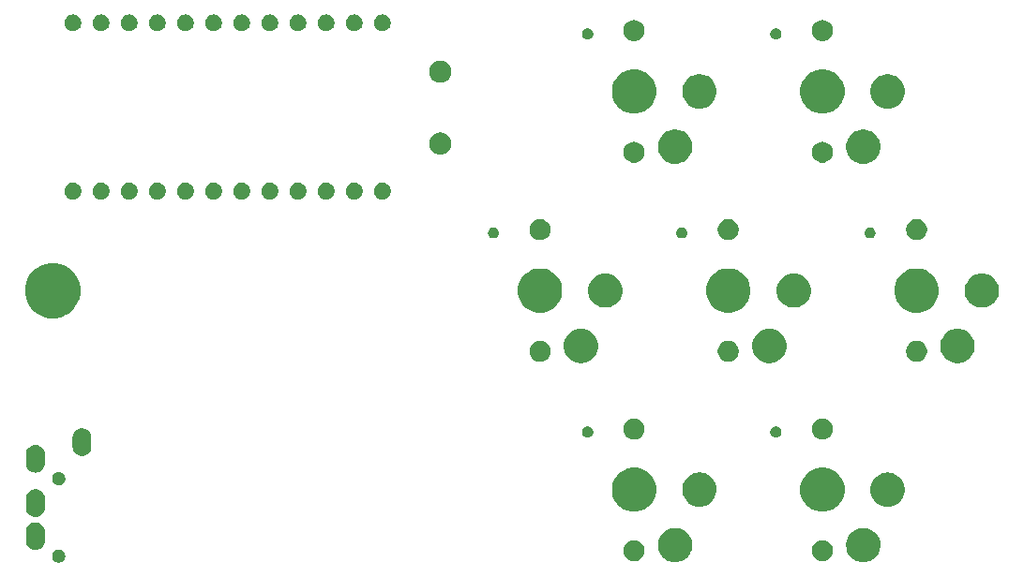
<source format=gbr>
G04 #@! TF.GenerationSoftware,KiCad,Pcbnew,(5.1.5)-3*
G04 #@! TF.CreationDate,2021-03-06T01:46:44+09:00*
G04 #@! TF.ProjectId,Nafuda,4e616675-6461-42e6-9b69-6361645f7063,rev?*
G04 #@! TF.SameCoordinates,Original*
G04 #@! TF.FileFunction,Soldermask,Top*
G04 #@! TF.FilePolarity,Negative*
%FSLAX46Y46*%
G04 Gerber Fmt 4.6, Leading zero omitted, Abs format (unit mm)*
G04 Created by KiCad (PCBNEW (5.1.5)-3) date 2021-03-06 01:46:44*
%MOMM*%
%LPD*%
G04 APERTURE LIST*
%ADD10C,0.100000*%
G04 APERTURE END LIST*
D10*
G36*
X104725013Y-150923057D02*
G01*
X104834206Y-150968286D01*
X104932477Y-151033949D01*
X105016051Y-151117523D01*
X105081714Y-151215794D01*
X105126943Y-151324987D01*
X105150000Y-151440904D01*
X105150000Y-151559096D01*
X105126943Y-151675013D01*
X105081714Y-151784206D01*
X105016051Y-151882477D01*
X104932477Y-151966051D01*
X104834206Y-152031714D01*
X104725013Y-152076943D01*
X104609096Y-152100000D01*
X104490904Y-152100000D01*
X104374987Y-152076943D01*
X104265794Y-152031714D01*
X104167523Y-151966051D01*
X104083949Y-151882477D01*
X104018286Y-151784206D01*
X103973057Y-151675013D01*
X103950000Y-151559096D01*
X103950000Y-151440904D01*
X103973057Y-151324987D01*
X104018286Y-151215794D01*
X104083949Y-151117523D01*
X104167523Y-151033949D01*
X104265794Y-150968286D01*
X104374987Y-150923057D01*
X104490904Y-150900000D01*
X104609096Y-150900000D01*
X104725013Y-150923057D01*
G37*
G36*
X160469011Y-148973143D02*
G01*
X160652118Y-149009565D01*
X160768960Y-149057963D01*
X160934199Y-149126407D01*
X161018439Y-149182694D01*
X161188068Y-149296036D01*
X161403964Y-149511932D01*
X161517306Y-149681561D01*
X161573593Y-149765801D01*
X161642037Y-149931040D01*
X161690435Y-150047882D01*
X161709107Y-150141752D01*
X161750000Y-150347337D01*
X161750000Y-150652663D01*
X161736030Y-150722895D01*
X161690435Y-150952118D01*
X161656539Y-151033949D01*
X161573593Y-151234199D01*
X161573592Y-151234200D01*
X161403964Y-151488068D01*
X161188068Y-151703964D01*
X161067975Y-151784207D01*
X160934199Y-151873593D01*
X160837874Y-151913492D01*
X160652118Y-151990435D01*
X160502390Y-152020217D01*
X160352663Y-152050000D01*
X160047337Y-152050000D01*
X159897610Y-152020217D01*
X159747882Y-151990435D01*
X159562126Y-151913492D01*
X159465801Y-151873593D01*
X159332025Y-151784207D01*
X159211932Y-151703964D01*
X158996036Y-151488068D01*
X158826408Y-151234200D01*
X158826407Y-151234199D01*
X158743461Y-151033949D01*
X158709565Y-150952118D01*
X158663970Y-150722895D01*
X158650000Y-150652663D01*
X158650000Y-150347337D01*
X158690893Y-150141752D01*
X158709565Y-150047882D01*
X158757963Y-149931040D01*
X158826407Y-149765801D01*
X158882694Y-149681561D01*
X158996036Y-149511932D01*
X159211932Y-149296036D01*
X159381561Y-149182694D01*
X159465801Y-149126407D01*
X159631040Y-149057963D01*
X159747882Y-149009565D01*
X159930989Y-148973143D01*
X160047337Y-148950000D01*
X160352663Y-148950000D01*
X160469011Y-148973143D01*
G37*
G36*
X177469011Y-148973143D02*
G01*
X177652118Y-149009565D01*
X177768960Y-149057963D01*
X177934199Y-149126407D01*
X178018439Y-149182694D01*
X178188068Y-149296036D01*
X178403964Y-149511932D01*
X178517306Y-149681561D01*
X178573593Y-149765801D01*
X178642037Y-149931040D01*
X178690435Y-150047882D01*
X178709107Y-150141752D01*
X178750000Y-150347337D01*
X178750000Y-150652663D01*
X178736030Y-150722895D01*
X178690435Y-150952118D01*
X178656539Y-151033949D01*
X178573593Y-151234199D01*
X178573592Y-151234200D01*
X178403964Y-151488068D01*
X178188068Y-151703964D01*
X178067975Y-151784207D01*
X177934199Y-151873593D01*
X177837874Y-151913492D01*
X177652118Y-151990435D01*
X177502390Y-152020217D01*
X177352663Y-152050000D01*
X177047337Y-152050000D01*
X176897610Y-152020217D01*
X176747882Y-151990435D01*
X176562126Y-151913492D01*
X176465801Y-151873593D01*
X176332025Y-151784207D01*
X176211932Y-151703964D01*
X175996036Y-151488068D01*
X175826408Y-151234200D01*
X175826407Y-151234199D01*
X175743461Y-151033949D01*
X175709565Y-150952118D01*
X175663970Y-150722895D01*
X175650000Y-150652663D01*
X175650000Y-150347337D01*
X175690893Y-150141752D01*
X175709565Y-150047882D01*
X175757963Y-149931040D01*
X175826407Y-149765801D01*
X175882694Y-149681561D01*
X175996036Y-149511932D01*
X176211932Y-149296036D01*
X176381561Y-149182694D01*
X176465801Y-149126407D01*
X176631040Y-149057963D01*
X176747882Y-149009565D01*
X176930989Y-148973143D01*
X177047337Y-148950000D01*
X177352663Y-148950000D01*
X177469011Y-148973143D01*
G37*
G36*
X173685336Y-150068254D02*
G01*
X173777105Y-150086508D01*
X173949994Y-150158121D01*
X174105590Y-150262087D01*
X174237913Y-150394410D01*
X174341879Y-150550006D01*
X174405644Y-150703949D01*
X174413492Y-150722896D01*
X174448721Y-150900000D01*
X174450000Y-150906433D01*
X174450000Y-151093567D01*
X174413492Y-151277105D01*
X174341879Y-151449994D01*
X174237913Y-151605590D01*
X174105590Y-151737913D01*
X173949994Y-151841879D01*
X173777105Y-151913492D01*
X173685336Y-151931746D01*
X173593568Y-151950000D01*
X173406432Y-151950000D01*
X173314664Y-151931746D01*
X173222895Y-151913492D01*
X173050006Y-151841879D01*
X172894410Y-151737913D01*
X172762087Y-151605590D01*
X172658121Y-151449994D01*
X172586508Y-151277105D01*
X172550000Y-151093567D01*
X172550000Y-150906433D01*
X172551280Y-150900000D01*
X172586508Y-150722896D01*
X172594356Y-150703949D01*
X172658121Y-150550006D01*
X172762087Y-150394410D01*
X172894410Y-150262087D01*
X173050006Y-150158121D01*
X173222895Y-150086508D01*
X173314664Y-150068254D01*
X173406432Y-150050000D01*
X173593568Y-150050000D01*
X173685336Y-150068254D01*
G37*
G36*
X156685336Y-150068254D02*
G01*
X156777105Y-150086508D01*
X156949994Y-150158121D01*
X157105590Y-150262087D01*
X157237913Y-150394410D01*
X157341879Y-150550006D01*
X157405644Y-150703949D01*
X157413492Y-150722896D01*
X157448721Y-150900000D01*
X157450000Y-150906433D01*
X157450000Y-151093567D01*
X157413492Y-151277105D01*
X157341879Y-151449994D01*
X157237913Y-151605590D01*
X157105590Y-151737913D01*
X156949994Y-151841879D01*
X156777105Y-151913492D01*
X156685336Y-151931746D01*
X156593568Y-151950000D01*
X156406432Y-151950000D01*
X156314664Y-151931746D01*
X156222895Y-151913492D01*
X156050006Y-151841879D01*
X155894410Y-151737913D01*
X155762087Y-151605590D01*
X155658121Y-151449994D01*
X155586508Y-151277105D01*
X155550000Y-151093567D01*
X155550000Y-150906433D01*
X155551280Y-150900000D01*
X155586508Y-150722896D01*
X155594356Y-150703949D01*
X155658121Y-150550006D01*
X155762087Y-150394410D01*
X155894410Y-150262087D01*
X156050006Y-150158121D01*
X156222895Y-150086508D01*
X156314664Y-150068254D01*
X156406432Y-150050000D01*
X156593568Y-150050000D01*
X156685336Y-150068254D01*
G37*
G36*
X102616627Y-148462299D02*
G01*
X102696742Y-148486601D01*
X102776855Y-148510903D01*
X102776857Y-148510904D01*
X102924518Y-148589831D01*
X103053949Y-148696051D01*
X103160168Y-148825481D01*
X103239097Y-148973145D01*
X103278652Y-149103543D01*
X103287701Y-149133374D01*
X103300000Y-149258249D01*
X103300000Y-150141752D01*
X103287701Y-150266627D01*
X103287700Y-150266629D01*
X103248939Y-150394411D01*
X103239096Y-150426857D01*
X103160169Y-150574518D01*
X103053949Y-150703949D01*
X102924518Y-150810169D01*
X102776857Y-150889096D01*
X102616626Y-150937701D01*
X102450000Y-150954112D01*
X102283373Y-150937701D01*
X102203258Y-150913398D01*
X102123145Y-150889097D01*
X102123143Y-150889096D01*
X101975482Y-150810169D01*
X101846051Y-150703949D01*
X101739831Y-150574518D01*
X101660904Y-150426857D01*
X101612299Y-150266626D01*
X101600000Y-150141751D01*
X101600000Y-149258249D01*
X101612300Y-149133373D01*
X101636602Y-149053258D01*
X101660904Y-148973145D01*
X101739833Y-148825481D01*
X101846052Y-148696051D01*
X101975483Y-148589831D01*
X102123144Y-148510904D01*
X102123146Y-148510903D01*
X102203259Y-148486601D01*
X102283374Y-148462299D01*
X102450000Y-148445888D01*
X102616627Y-148462299D01*
G37*
G36*
X102616627Y-145462299D02*
G01*
X102696742Y-145486602D01*
X102776855Y-145510903D01*
X102776857Y-145510904D01*
X102924518Y-145589831D01*
X103053949Y-145696051D01*
X103160169Y-145825482D01*
X103239096Y-145973143D01*
X103287701Y-146133374D01*
X103300000Y-146258249D01*
X103300000Y-147141752D01*
X103287701Y-147266627D01*
X103285956Y-147272378D01*
X103240224Y-147423141D01*
X103239096Y-147426857D01*
X103160169Y-147574518D01*
X103053949Y-147703949D01*
X102924518Y-147810169D01*
X102776857Y-147889096D01*
X102616626Y-147937701D01*
X102450000Y-147954112D01*
X102283373Y-147937701D01*
X102203258Y-147913399D01*
X102123145Y-147889097D01*
X102123143Y-147889096D01*
X101975482Y-147810169D01*
X101846051Y-147703949D01*
X101739831Y-147574518D01*
X101660904Y-147426857D01*
X101612299Y-147266626D01*
X101600000Y-147141751D01*
X101600000Y-146258249D01*
X101612300Y-146133373D01*
X101660905Y-145973143D01*
X101739832Y-145825482D01*
X101846052Y-145696051D01*
X101975483Y-145589831D01*
X102123144Y-145510904D01*
X102123146Y-145510903D01*
X102203259Y-145486602D01*
X102283374Y-145462299D01*
X102450000Y-145445888D01*
X102616627Y-145462299D01*
G37*
G36*
X174083377Y-143576858D02*
G01*
X174390201Y-143703949D01*
X174447355Y-143727623D01*
X174570892Y-143810168D01*
X174774925Y-143946498D01*
X175053502Y-144225075D01*
X175272378Y-144552647D01*
X175423142Y-144916623D01*
X175500000Y-145303016D01*
X175500000Y-145696984D01*
X175423142Y-146083377D01*
X175272378Y-146447353D01*
X175272377Y-146447355D01*
X175053501Y-146774926D01*
X174774926Y-147053501D01*
X174447355Y-147272377D01*
X174447354Y-147272378D01*
X174447353Y-147272378D01*
X174083377Y-147423142D01*
X173696984Y-147500000D01*
X173303016Y-147500000D01*
X172916623Y-147423142D01*
X172552647Y-147272378D01*
X172552646Y-147272378D01*
X172552645Y-147272377D01*
X172225074Y-147053501D01*
X171946499Y-146774926D01*
X171727623Y-146447355D01*
X171727622Y-146447353D01*
X171576858Y-146083377D01*
X171500000Y-145696984D01*
X171500000Y-145303016D01*
X171576858Y-144916623D01*
X171727622Y-144552647D01*
X171946498Y-144225075D01*
X172225075Y-143946498D01*
X172429108Y-143810168D01*
X172552645Y-143727623D01*
X172609799Y-143703949D01*
X172916623Y-143576858D01*
X173303016Y-143500000D01*
X173696984Y-143500000D01*
X174083377Y-143576858D01*
G37*
G36*
X157083377Y-143576858D02*
G01*
X157390201Y-143703949D01*
X157447355Y-143727623D01*
X157570892Y-143810168D01*
X157774925Y-143946498D01*
X158053502Y-144225075D01*
X158272378Y-144552647D01*
X158423142Y-144916623D01*
X158500000Y-145303016D01*
X158500000Y-145696984D01*
X158423142Y-146083377D01*
X158272378Y-146447353D01*
X158272377Y-146447355D01*
X158053501Y-146774926D01*
X157774926Y-147053501D01*
X157447355Y-147272377D01*
X157447354Y-147272378D01*
X157447353Y-147272378D01*
X157083377Y-147423142D01*
X156696984Y-147500000D01*
X156303016Y-147500000D01*
X155916623Y-147423142D01*
X155552647Y-147272378D01*
X155552646Y-147272378D01*
X155552645Y-147272377D01*
X155225074Y-147053501D01*
X154946499Y-146774926D01*
X154727623Y-146447355D01*
X154727622Y-146447353D01*
X154576858Y-146083377D01*
X154500000Y-145696984D01*
X154500000Y-145303016D01*
X154576858Y-144916623D01*
X154727622Y-144552647D01*
X154946498Y-144225075D01*
X155225075Y-143946498D01*
X155429108Y-143810168D01*
X155552645Y-143727623D01*
X155609799Y-143703949D01*
X155916623Y-143576858D01*
X156303016Y-143500000D01*
X156696984Y-143500000D01*
X157083377Y-143576858D01*
G37*
G36*
X162573335Y-143954112D02*
G01*
X162852118Y-144009565D01*
X162910988Y-144033950D01*
X163134199Y-144126407D01*
X163134200Y-144126408D01*
X163388068Y-144296036D01*
X163603964Y-144511932D01*
X163712930Y-144675013D01*
X163773593Y-144765801D01*
X163821922Y-144882477D01*
X163890435Y-145047882D01*
X163900802Y-145100000D01*
X163950000Y-145347337D01*
X163950000Y-145652663D01*
X163890435Y-145952117D01*
X163773593Y-146234199D01*
X163773592Y-146234200D01*
X163603964Y-146488068D01*
X163388068Y-146703964D01*
X163281865Y-146774926D01*
X163134199Y-146873593D01*
X162968960Y-146942037D01*
X162852118Y-146990435D01*
X162702390Y-147020218D01*
X162552663Y-147050000D01*
X162247337Y-147050000D01*
X162097610Y-147020218D01*
X161947882Y-146990435D01*
X161831040Y-146942037D01*
X161665801Y-146873593D01*
X161518135Y-146774926D01*
X161411932Y-146703964D01*
X161196036Y-146488068D01*
X161026408Y-146234200D01*
X161026407Y-146234199D01*
X160909565Y-145952117D01*
X160850000Y-145652663D01*
X160850000Y-145347337D01*
X160899198Y-145100000D01*
X160909565Y-145047882D01*
X160978078Y-144882477D01*
X161026407Y-144765801D01*
X161087070Y-144675013D01*
X161196036Y-144511932D01*
X161411932Y-144296036D01*
X161665800Y-144126408D01*
X161665801Y-144126407D01*
X161889012Y-144033950D01*
X161947882Y-144009565D01*
X162226665Y-143954112D01*
X162247337Y-143950000D01*
X162552663Y-143950000D01*
X162573335Y-143954112D01*
G37*
G36*
X179573335Y-143954112D02*
G01*
X179852118Y-144009565D01*
X179910988Y-144033950D01*
X180134199Y-144126407D01*
X180134200Y-144126408D01*
X180388068Y-144296036D01*
X180603964Y-144511932D01*
X180712930Y-144675013D01*
X180773593Y-144765801D01*
X180821922Y-144882477D01*
X180890435Y-145047882D01*
X180900802Y-145100000D01*
X180950000Y-145347337D01*
X180950000Y-145652663D01*
X180890435Y-145952117D01*
X180773593Y-146234199D01*
X180773592Y-146234200D01*
X180603964Y-146488068D01*
X180388068Y-146703964D01*
X180281865Y-146774926D01*
X180134199Y-146873593D01*
X179968960Y-146942037D01*
X179852118Y-146990435D01*
X179702390Y-147020218D01*
X179552663Y-147050000D01*
X179247337Y-147050000D01*
X179097610Y-147020218D01*
X178947882Y-146990435D01*
X178831040Y-146942037D01*
X178665801Y-146873593D01*
X178518135Y-146774926D01*
X178411932Y-146703964D01*
X178196036Y-146488068D01*
X178026408Y-146234200D01*
X178026407Y-146234199D01*
X177909565Y-145952117D01*
X177850000Y-145652663D01*
X177850000Y-145347337D01*
X177899198Y-145100000D01*
X177909565Y-145047882D01*
X177978078Y-144882477D01*
X178026407Y-144765801D01*
X178087070Y-144675013D01*
X178196036Y-144511932D01*
X178411932Y-144296036D01*
X178665800Y-144126408D01*
X178665801Y-144126407D01*
X178889012Y-144033950D01*
X178947882Y-144009565D01*
X179226665Y-143954112D01*
X179247337Y-143950000D01*
X179552663Y-143950000D01*
X179573335Y-143954112D01*
G37*
G36*
X104725013Y-143923057D02*
G01*
X104834206Y-143968286D01*
X104932477Y-144033949D01*
X105016051Y-144117523D01*
X105081714Y-144215794D01*
X105126943Y-144324987D01*
X105150000Y-144440904D01*
X105150000Y-144559096D01*
X105126943Y-144675013D01*
X105081714Y-144784206D01*
X105016051Y-144882477D01*
X104932477Y-144966051D01*
X104834206Y-145031714D01*
X104725013Y-145076943D01*
X104609096Y-145100000D01*
X104490904Y-145100000D01*
X104374987Y-145076943D01*
X104265794Y-145031714D01*
X104167523Y-144966051D01*
X104083949Y-144882477D01*
X104018286Y-144784206D01*
X103973057Y-144675013D01*
X103950000Y-144559096D01*
X103950000Y-144440904D01*
X103973057Y-144324987D01*
X104018286Y-144215794D01*
X104083949Y-144117523D01*
X104167523Y-144033949D01*
X104265794Y-143968286D01*
X104374987Y-143923057D01*
X104490904Y-143900000D01*
X104609096Y-143900000D01*
X104725013Y-143923057D01*
G37*
G36*
X102616627Y-141462299D02*
G01*
X102696742Y-141486602D01*
X102776855Y-141510903D01*
X102776857Y-141510904D01*
X102924518Y-141589831D01*
X103053949Y-141696051D01*
X103160168Y-141825481D01*
X103239097Y-141973145D01*
X103269848Y-142074519D01*
X103287701Y-142133374D01*
X103300000Y-142258249D01*
X103300000Y-143141752D01*
X103287701Y-143266627D01*
X103239096Y-143426857D01*
X103160169Y-143574518D01*
X103053949Y-143703949D01*
X102924518Y-143810169D01*
X102776857Y-143889096D01*
X102616626Y-143937701D01*
X102450000Y-143954112D01*
X102283373Y-143937701D01*
X102203258Y-143913399D01*
X102123145Y-143889097D01*
X102123143Y-143889096D01*
X101975482Y-143810169D01*
X101846051Y-143703949D01*
X101739831Y-143574518D01*
X101660904Y-143426857D01*
X101612299Y-143266626D01*
X101600000Y-143141751D01*
X101600000Y-142258249D01*
X101612300Y-142133373D01*
X101660905Y-141973143D01*
X101739832Y-141825482D01*
X101846052Y-141696051D01*
X101975483Y-141589831D01*
X102123144Y-141510904D01*
X102123146Y-141510903D01*
X102203259Y-141486601D01*
X102283374Y-141462299D01*
X102450000Y-141445888D01*
X102616627Y-141462299D01*
G37*
G36*
X106816627Y-139962299D02*
G01*
X106896742Y-139986601D01*
X106976855Y-140010903D01*
X106976857Y-140010904D01*
X107124518Y-140089831D01*
X107253949Y-140196051D01*
X107360169Y-140325482D01*
X107439096Y-140473143D01*
X107439097Y-140473145D01*
X107452351Y-140516839D01*
X107487701Y-140633374D01*
X107500000Y-140758249D01*
X107500000Y-141641752D01*
X107487701Y-141766627D01*
X107439096Y-141926857D01*
X107360169Y-142074518D01*
X107253949Y-142203949D01*
X107124518Y-142310169D01*
X106976857Y-142389096D01*
X106816626Y-142437701D01*
X106650000Y-142454112D01*
X106483373Y-142437701D01*
X106403258Y-142413398D01*
X106323145Y-142389097D01*
X106323143Y-142389096D01*
X106175482Y-142310169D01*
X106046051Y-142203949D01*
X105939831Y-142074518D01*
X105860904Y-141926857D01*
X105812299Y-141766626D01*
X105800000Y-141641751D01*
X105800000Y-140758249D01*
X105812300Y-140633373D01*
X105847650Y-140516839D01*
X105860904Y-140473145D01*
X105860905Y-140473143D01*
X105939832Y-140325482D01*
X106046052Y-140196051D01*
X106175483Y-140089831D01*
X106323144Y-140010904D01*
X106323146Y-140010903D01*
X106403259Y-139986602D01*
X106483374Y-139962299D01*
X106650000Y-139945888D01*
X106816627Y-139962299D01*
G37*
G36*
X173685336Y-139068254D02*
G01*
X173777105Y-139086508D01*
X173949994Y-139158121D01*
X174105590Y-139262087D01*
X174237913Y-139394410D01*
X174341879Y-139550006D01*
X174413492Y-139722895D01*
X174450000Y-139906433D01*
X174450000Y-140093567D01*
X174413492Y-140277105D01*
X174341879Y-140449994D01*
X174237913Y-140605590D01*
X174105590Y-140737913D01*
X173949994Y-140841879D01*
X173777105Y-140913492D01*
X173685336Y-140931746D01*
X173593568Y-140950000D01*
X173406432Y-140950000D01*
X173314664Y-140931746D01*
X173222895Y-140913492D01*
X173050006Y-140841879D01*
X172894410Y-140737913D01*
X172762087Y-140605590D01*
X172658121Y-140449994D01*
X172586508Y-140277105D01*
X172550000Y-140093567D01*
X172550000Y-139906433D01*
X172586508Y-139722895D01*
X172658121Y-139550006D01*
X172762087Y-139394410D01*
X172894410Y-139262087D01*
X173050006Y-139158121D01*
X173222895Y-139086508D01*
X173314664Y-139068254D01*
X173406432Y-139050000D01*
X173593568Y-139050000D01*
X173685336Y-139068254D01*
G37*
G36*
X156685336Y-139068254D02*
G01*
X156777105Y-139086508D01*
X156949994Y-139158121D01*
X157105590Y-139262087D01*
X157237913Y-139394410D01*
X157341879Y-139550006D01*
X157413492Y-139722895D01*
X157450000Y-139906433D01*
X157450000Y-140093567D01*
X157413492Y-140277105D01*
X157341879Y-140449994D01*
X157237913Y-140605590D01*
X157105590Y-140737913D01*
X156949994Y-140841879D01*
X156777105Y-140913492D01*
X156685336Y-140931746D01*
X156593568Y-140950000D01*
X156406432Y-140950000D01*
X156314664Y-140931746D01*
X156222895Y-140913492D01*
X156050006Y-140841879D01*
X155894410Y-140737913D01*
X155762087Y-140605590D01*
X155658121Y-140449994D01*
X155586508Y-140277105D01*
X155550000Y-140093567D01*
X155550000Y-139906433D01*
X155586508Y-139722895D01*
X155658121Y-139550006D01*
X155762087Y-139394410D01*
X155894410Y-139262087D01*
X156050006Y-139158121D01*
X156222895Y-139086508D01*
X156314664Y-139068254D01*
X156406432Y-139050000D01*
X156593568Y-139050000D01*
X156685336Y-139068254D01*
G37*
G36*
X152445843Y-139799214D02*
G01*
X152445846Y-139799215D01*
X152445845Y-139799215D01*
X152536839Y-139836906D01*
X152578063Y-139864451D01*
X152618730Y-139891624D01*
X152688376Y-139961270D01*
X152743095Y-140043163D01*
X152780786Y-140134157D01*
X152800000Y-140230753D01*
X152800000Y-140329247D01*
X152780786Y-140425843D01*
X152780785Y-140425845D01*
X152743094Y-140516839D01*
X152688375Y-140598731D01*
X152618731Y-140668375D01*
X152536839Y-140723094D01*
X152536838Y-140723095D01*
X152536837Y-140723095D01*
X152445843Y-140760786D01*
X152349247Y-140780000D01*
X152250753Y-140780000D01*
X152154157Y-140760786D01*
X152063163Y-140723095D01*
X152063162Y-140723095D01*
X152063161Y-140723094D01*
X151981269Y-140668375D01*
X151911625Y-140598731D01*
X151856906Y-140516839D01*
X151819215Y-140425845D01*
X151819214Y-140425843D01*
X151800000Y-140329247D01*
X151800000Y-140230753D01*
X151819214Y-140134157D01*
X151856905Y-140043163D01*
X151911624Y-139961270D01*
X151981270Y-139891624D01*
X152021937Y-139864451D01*
X152063161Y-139836906D01*
X152154155Y-139799215D01*
X152154154Y-139799215D01*
X152154157Y-139799214D01*
X152250753Y-139780000D01*
X152349247Y-139780000D01*
X152445843Y-139799214D01*
G37*
G36*
X169445843Y-139799214D02*
G01*
X169445846Y-139799215D01*
X169445845Y-139799215D01*
X169536839Y-139836906D01*
X169578063Y-139864451D01*
X169618730Y-139891624D01*
X169688376Y-139961270D01*
X169743095Y-140043163D01*
X169780786Y-140134157D01*
X169800000Y-140230753D01*
X169800000Y-140329247D01*
X169780786Y-140425843D01*
X169780785Y-140425845D01*
X169743094Y-140516839D01*
X169688375Y-140598731D01*
X169618731Y-140668375D01*
X169536839Y-140723094D01*
X169536838Y-140723095D01*
X169536837Y-140723095D01*
X169445843Y-140760786D01*
X169349247Y-140780000D01*
X169250753Y-140780000D01*
X169154157Y-140760786D01*
X169063163Y-140723095D01*
X169063162Y-140723095D01*
X169063161Y-140723094D01*
X168981269Y-140668375D01*
X168911625Y-140598731D01*
X168856906Y-140516839D01*
X168819215Y-140425845D01*
X168819214Y-140425843D01*
X168800000Y-140329247D01*
X168800000Y-140230753D01*
X168819214Y-140134157D01*
X168856905Y-140043163D01*
X168911624Y-139961270D01*
X168981270Y-139891624D01*
X169021937Y-139864451D01*
X169063161Y-139836906D01*
X169154155Y-139799215D01*
X169154154Y-139799215D01*
X169154157Y-139799214D01*
X169250753Y-139780000D01*
X169349247Y-139780000D01*
X169445843Y-139799214D01*
G37*
G36*
X186002390Y-130979782D02*
G01*
X186152118Y-131009565D01*
X186268960Y-131057963D01*
X186434199Y-131126407D01*
X186434200Y-131126408D01*
X186688068Y-131296036D01*
X186903964Y-131511932D01*
X187017306Y-131681561D01*
X187073593Y-131765801D01*
X187190435Y-132047883D01*
X187250000Y-132347337D01*
X187250000Y-132652663D01*
X187190435Y-132952117D01*
X187073593Y-133234199D01*
X187073592Y-133234200D01*
X186903964Y-133488068D01*
X186688068Y-133703964D01*
X186637259Y-133737913D01*
X186434199Y-133873593D01*
X186337874Y-133913492D01*
X186152118Y-133990435D01*
X186002390Y-134020217D01*
X185852663Y-134050000D01*
X185547337Y-134050000D01*
X185397610Y-134020217D01*
X185247882Y-133990435D01*
X185062126Y-133913492D01*
X184965801Y-133873593D01*
X184762741Y-133737913D01*
X184711932Y-133703964D01*
X184496036Y-133488068D01*
X184326408Y-133234200D01*
X184326407Y-133234199D01*
X184209565Y-132952117D01*
X184150000Y-132652663D01*
X184150000Y-132347337D01*
X184209565Y-132047883D01*
X184326407Y-131765801D01*
X184382694Y-131681561D01*
X184496036Y-131511932D01*
X184711932Y-131296036D01*
X184965800Y-131126408D01*
X184965801Y-131126407D01*
X185131040Y-131057963D01*
X185247882Y-131009565D01*
X185397610Y-130979782D01*
X185547337Y-130950000D01*
X185852663Y-130950000D01*
X186002390Y-130979782D01*
G37*
G36*
X169002390Y-130979782D02*
G01*
X169152118Y-131009565D01*
X169268960Y-131057963D01*
X169434199Y-131126407D01*
X169434200Y-131126408D01*
X169688068Y-131296036D01*
X169903964Y-131511932D01*
X170017306Y-131681561D01*
X170073593Y-131765801D01*
X170190435Y-132047883D01*
X170250000Y-132347337D01*
X170250000Y-132652663D01*
X170190435Y-132952117D01*
X170073593Y-133234199D01*
X170073592Y-133234200D01*
X169903964Y-133488068D01*
X169688068Y-133703964D01*
X169637259Y-133737913D01*
X169434199Y-133873593D01*
X169337874Y-133913492D01*
X169152118Y-133990435D01*
X169002390Y-134020217D01*
X168852663Y-134050000D01*
X168547337Y-134050000D01*
X168397610Y-134020217D01*
X168247882Y-133990435D01*
X168062126Y-133913492D01*
X167965801Y-133873593D01*
X167762741Y-133737913D01*
X167711932Y-133703964D01*
X167496036Y-133488068D01*
X167326408Y-133234200D01*
X167326407Y-133234199D01*
X167209565Y-132952117D01*
X167150000Y-132652663D01*
X167150000Y-132347337D01*
X167209565Y-132047883D01*
X167326407Y-131765801D01*
X167382694Y-131681561D01*
X167496036Y-131511932D01*
X167711932Y-131296036D01*
X167965800Y-131126408D01*
X167965801Y-131126407D01*
X168131040Y-131057963D01*
X168247882Y-131009565D01*
X168397610Y-130979782D01*
X168547337Y-130950000D01*
X168852663Y-130950000D01*
X169002390Y-130979782D01*
G37*
G36*
X152002390Y-130979782D02*
G01*
X152152118Y-131009565D01*
X152268960Y-131057963D01*
X152434199Y-131126407D01*
X152434200Y-131126408D01*
X152688068Y-131296036D01*
X152903964Y-131511932D01*
X153017306Y-131681561D01*
X153073593Y-131765801D01*
X153190435Y-132047883D01*
X153250000Y-132347337D01*
X153250000Y-132652663D01*
X153190435Y-132952117D01*
X153073593Y-133234199D01*
X153073592Y-133234200D01*
X152903964Y-133488068D01*
X152688068Y-133703964D01*
X152637259Y-133737913D01*
X152434199Y-133873593D01*
X152337874Y-133913492D01*
X152152118Y-133990435D01*
X152002390Y-134020217D01*
X151852663Y-134050000D01*
X151547337Y-134050000D01*
X151397610Y-134020217D01*
X151247882Y-133990435D01*
X151062126Y-133913492D01*
X150965801Y-133873593D01*
X150762741Y-133737913D01*
X150711932Y-133703964D01*
X150496036Y-133488068D01*
X150326408Y-133234200D01*
X150326407Y-133234199D01*
X150209565Y-132952117D01*
X150150000Y-132652663D01*
X150150000Y-132347337D01*
X150209565Y-132047883D01*
X150326407Y-131765801D01*
X150382694Y-131681561D01*
X150496036Y-131511932D01*
X150711932Y-131296036D01*
X150965800Y-131126408D01*
X150965801Y-131126407D01*
X151131040Y-131057963D01*
X151247882Y-131009565D01*
X151397610Y-130979782D01*
X151547337Y-130950000D01*
X151852663Y-130950000D01*
X152002390Y-130979782D01*
G37*
G36*
X165185336Y-132068254D02*
G01*
X165277105Y-132086508D01*
X165449994Y-132158121D01*
X165605590Y-132262087D01*
X165737913Y-132394410D01*
X165841879Y-132550006D01*
X165913492Y-132722895D01*
X165950000Y-132906433D01*
X165950000Y-133093567D01*
X165913492Y-133277105D01*
X165841879Y-133449994D01*
X165737913Y-133605590D01*
X165605590Y-133737913D01*
X165449994Y-133841879D01*
X165277105Y-133913492D01*
X165185336Y-133931746D01*
X165093568Y-133950000D01*
X164906432Y-133950000D01*
X164814664Y-133931746D01*
X164722895Y-133913492D01*
X164550006Y-133841879D01*
X164394410Y-133737913D01*
X164262087Y-133605590D01*
X164158121Y-133449994D01*
X164086508Y-133277105D01*
X164050000Y-133093567D01*
X164050000Y-132906433D01*
X164086508Y-132722895D01*
X164158121Y-132550006D01*
X164262087Y-132394410D01*
X164394410Y-132262087D01*
X164550006Y-132158121D01*
X164722895Y-132086508D01*
X164814664Y-132068254D01*
X164906432Y-132050000D01*
X165093568Y-132050000D01*
X165185336Y-132068254D01*
G37*
G36*
X182185336Y-132068254D02*
G01*
X182277105Y-132086508D01*
X182449994Y-132158121D01*
X182605590Y-132262087D01*
X182737913Y-132394410D01*
X182841879Y-132550006D01*
X182913492Y-132722895D01*
X182950000Y-132906433D01*
X182950000Y-133093567D01*
X182913492Y-133277105D01*
X182841879Y-133449994D01*
X182737913Y-133605590D01*
X182605590Y-133737913D01*
X182449994Y-133841879D01*
X182277105Y-133913492D01*
X182185336Y-133931746D01*
X182093568Y-133950000D01*
X181906432Y-133950000D01*
X181814664Y-133931746D01*
X181722895Y-133913492D01*
X181550006Y-133841879D01*
X181394410Y-133737913D01*
X181262087Y-133605590D01*
X181158121Y-133449994D01*
X181086508Y-133277105D01*
X181050000Y-133093567D01*
X181050000Y-132906433D01*
X181086508Y-132722895D01*
X181158121Y-132550006D01*
X181262087Y-132394410D01*
X181394410Y-132262087D01*
X181550006Y-132158121D01*
X181722895Y-132086508D01*
X181814664Y-132068254D01*
X181906432Y-132050000D01*
X182093568Y-132050000D01*
X182185336Y-132068254D01*
G37*
G36*
X148185336Y-132068254D02*
G01*
X148277105Y-132086508D01*
X148449994Y-132158121D01*
X148605590Y-132262087D01*
X148737913Y-132394410D01*
X148841879Y-132550006D01*
X148913492Y-132722895D01*
X148950000Y-132906433D01*
X148950000Y-133093567D01*
X148913492Y-133277105D01*
X148841879Y-133449994D01*
X148737913Y-133605590D01*
X148605590Y-133737913D01*
X148449994Y-133841879D01*
X148277105Y-133913492D01*
X148185336Y-133931746D01*
X148093568Y-133950000D01*
X147906432Y-133950000D01*
X147814664Y-133931746D01*
X147722895Y-133913492D01*
X147550006Y-133841879D01*
X147394410Y-133737913D01*
X147262087Y-133605590D01*
X147158121Y-133449994D01*
X147086508Y-133277105D01*
X147050000Y-133093567D01*
X147050000Y-132906433D01*
X147086508Y-132722895D01*
X147158121Y-132550006D01*
X147262087Y-132394410D01*
X147394410Y-132262087D01*
X147550006Y-132158121D01*
X147722895Y-132086508D01*
X147814664Y-132068254D01*
X147906432Y-132050000D01*
X148093568Y-132050000D01*
X148185336Y-132068254D01*
G37*
G36*
X104729222Y-125096073D02*
G01*
X105184192Y-125284528D01*
X105184194Y-125284529D01*
X105390315Y-125422255D01*
X105593656Y-125558123D01*
X105941877Y-125906344D01*
X106215472Y-126315808D01*
X106403927Y-126770778D01*
X106500000Y-127253770D01*
X106500000Y-127746230D01*
X106403927Y-128229222D01*
X106215472Y-128684192D01*
X105941877Y-129093656D01*
X105593656Y-129441877D01*
X105390315Y-129577745D01*
X105184194Y-129715471D01*
X105184193Y-129715472D01*
X105184192Y-129715472D01*
X104729222Y-129903927D01*
X104246230Y-130000000D01*
X103753770Y-130000000D01*
X103270778Y-129903927D01*
X102815808Y-129715472D01*
X102815807Y-129715472D01*
X102815806Y-129715471D01*
X102609685Y-129577745D01*
X102406344Y-129441877D01*
X102058123Y-129093656D01*
X101784528Y-128684192D01*
X101596073Y-128229222D01*
X101500000Y-127746230D01*
X101500000Y-127253770D01*
X101596073Y-126770778D01*
X101784528Y-126315808D01*
X102058123Y-125906344D01*
X102406344Y-125558123D01*
X102609685Y-125422255D01*
X102815806Y-125284529D01*
X102815808Y-125284528D01*
X103270778Y-125096073D01*
X103753770Y-125000000D01*
X104246230Y-125000000D01*
X104729222Y-125096073D01*
G37*
G36*
X148583377Y-125576858D02*
G01*
X148947353Y-125727622D01*
X148947355Y-125727623D01*
X149112251Y-125837803D01*
X149274925Y-125946498D01*
X149553502Y-126225075D01*
X149772378Y-126552647D01*
X149923142Y-126916623D01*
X150000000Y-127303016D01*
X150000000Y-127696984D01*
X149923142Y-128083377D01*
X149772378Y-128447353D01*
X149553502Y-128774925D01*
X149274925Y-129053502D01*
X149112251Y-129162197D01*
X148947355Y-129272377D01*
X148947354Y-129272378D01*
X148947353Y-129272378D01*
X148583377Y-129423142D01*
X148196984Y-129500000D01*
X147803016Y-129500000D01*
X147416623Y-129423142D01*
X147052647Y-129272378D01*
X147052646Y-129272378D01*
X147052645Y-129272377D01*
X146887749Y-129162197D01*
X146725075Y-129053502D01*
X146446498Y-128774925D01*
X146227622Y-128447353D01*
X146076858Y-128083377D01*
X146000000Y-127696984D01*
X146000000Y-127303016D01*
X146076858Y-126916623D01*
X146227622Y-126552647D01*
X146446498Y-126225075D01*
X146725075Y-125946498D01*
X146887749Y-125837803D01*
X147052645Y-125727623D01*
X147052647Y-125727622D01*
X147416623Y-125576858D01*
X147803016Y-125500000D01*
X148196984Y-125500000D01*
X148583377Y-125576858D01*
G37*
G36*
X182583377Y-125576858D02*
G01*
X182947353Y-125727622D01*
X182947355Y-125727623D01*
X183112251Y-125837803D01*
X183274925Y-125946498D01*
X183553502Y-126225075D01*
X183772378Y-126552647D01*
X183923142Y-126916623D01*
X184000000Y-127303016D01*
X184000000Y-127696984D01*
X183923142Y-128083377D01*
X183772378Y-128447353D01*
X183553502Y-128774925D01*
X183274925Y-129053502D01*
X183112251Y-129162197D01*
X182947355Y-129272377D01*
X182947354Y-129272378D01*
X182947353Y-129272378D01*
X182583377Y-129423142D01*
X182196984Y-129500000D01*
X181803016Y-129500000D01*
X181416623Y-129423142D01*
X181052647Y-129272378D01*
X181052646Y-129272378D01*
X181052645Y-129272377D01*
X180887749Y-129162197D01*
X180725075Y-129053502D01*
X180446498Y-128774925D01*
X180227622Y-128447353D01*
X180076858Y-128083377D01*
X180000000Y-127696984D01*
X180000000Y-127303016D01*
X180076858Y-126916623D01*
X180227622Y-126552647D01*
X180446498Y-126225075D01*
X180725075Y-125946498D01*
X180887749Y-125837803D01*
X181052645Y-125727623D01*
X181052647Y-125727622D01*
X181416623Y-125576858D01*
X181803016Y-125500000D01*
X182196984Y-125500000D01*
X182583377Y-125576858D01*
G37*
G36*
X165583377Y-125576858D02*
G01*
X165947353Y-125727622D01*
X165947355Y-125727623D01*
X166112251Y-125837803D01*
X166274925Y-125946498D01*
X166553502Y-126225075D01*
X166772378Y-126552647D01*
X166923142Y-126916623D01*
X167000000Y-127303016D01*
X167000000Y-127696984D01*
X166923142Y-128083377D01*
X166772378Y-128447353D01*
X166553502Y-128774925D01*
X166274925Y-129053502D01*
X166112251Y-129162197D01*
X165947355Y-129272377D01*
X165947354Y-129272378D01*
X165947353Y-129272378D01*
X165583377Y-129423142D01*
X165196984Y-129500000D01*
X164803016Y-129500000D01*
X164416623Y-129423142D01*
X164052647Y-129272378D01*
X164052646Y-129272378D01*
X164052645Y-129272377D01*
X163887749Y-129162197D01*
X163725075Y-129053502D01*
X163446498Y-128774925D01*
X163227622Y-128447353D01*
X163076858Y-128083377D01*
X163000000Y-127696984D01*
X163000000Y-127303016D01*
X163076858Y-126916623D01*
X163227622Y-126552647D01*
X163446498Y-126225075D01*
X163725075Y-125946498D01*
X163887749Y-125837803D01*
X164052645Y-125727623D01*
X164052647Y-125727622D01*
X164416623Y-125576858D01*
X164803016Y-125500000D01*
X165196984Y-125500000D01*
X165583377Y-125576858D01*
G37*
G36*
X188202390Y-125979783D02*
G01*
X188352118Y-126009565D01*
X188468960Y-126057963D01*
X188634199Y-126126407D01*
X188634200Y-126126408D01*
X188888068Y-126296036D01*
X189103964Y-126511932D01*
X189217306Y-126681561D01*
X189273593Y-126765801D01*
X189390435Y-127047883D01*
X189450000Y-127347337D01*
X189450000Y-127652663D01*
X189390435Y-127952117D01*
X189273593Y-128234199D01*
X189273592Y-128234200D01*
X189103964Y-128488068D01*
X188888068Y-128703964D01*
X188781865Y-128774926D01*
X188634199Y-128873593D01*
X188468960Y-128942037D01*
X188352118Y-128990435D01*
X188202390Y-129020217D01*
X188052663Y-129050000D01*
X187747337Y-129050000D01*
X187597610Y-129020217D01*
X187447882Y-128990435D01*
X187331040Y-128942037D01*
X187165801Y-128873593D01*
X187018135Y-128774926D01*
X186911932Y-128703964D01*
X186696036Y-128488068D01*
X186526408Y-128234200D01*
X186526407Y-128234199D01*
X186409565Y-127952117D01*
X186350000Y-127652663D01*
X186350000Y-127347337D01*
X186409565Y-127047883D01*
X186526407Y-126765801D01*
X186582694Y-126681561D01*
X186696036Y-126511932D01*
X186911932Y-126296036D01*
X187165800Y-126126408D01*
X187165801Y-126126407D01*
X187331040Y-126057963D01*
X187447882Y-126009565D01*
X187597610Y-125979783D01*
X187747337Y-125950000D01*
X188052663Y-125950000D01*
X188202390Y-125979783D01*
G37*
G36*
X171202390Y-125979783D02*
G01*
X171352118Y-126009565D01*
X171468960Y-126057963D01*
X171634199Y-126126407D01*
X171634200Y-126126408D01*
X171888068Y-126296036D01*
X172103964Y-126511932D01*
X172217306Y-126681561D01*
X172273593Y-126765801D01*
X172390435Y-127047883D01*
X172450000Y-127347337D01*
X172450000Y-127652663D01*
X172390435Y-127952117D01*
X172273593Y-128234199D01*
X172273592Y-128234200D01*
X172103964Y-128488068D01*
X171888068Y-128703964D01*
X171781865Y-128774926D01*
X171634199Y-128873593D01*
X171468960Y-128942037D01*
X171352118Y-128990435D01*
X171202390Y-129020217D01*
X171052663Y-129050000D01*
X170747337Y-129050000D01*
X170597610Y-129020217D01*
X170447882Y-128990435D01*
X170331040Y-128942037D01*
X170165801Y-128873593D01*
X170018135Y-128774926D01*
X169911932Y-128703964D01*
X169696036Y-128488068D01*
X169526408Y-128234200D01*
X169526407Y-128234199D01*
X169409565Y-127952117D01*
X169350000Y-127652663D01*
X169350000Y-127347337D01*
X169409565Y-127047883D01*
X169526407Y-126765801D01*
X169582694Y-126681561D01*
X169696036Y-126511932D01*
X169911932Y-126296036D01*
X170165800Y-126126408D01*
X170165801Y-126126407D01*
X170331040Y-126057963D01*
X170447882Y-126009565D01*
X170597610Y-125979783D01*
X170747337Y-125950000D01*
X171052663Y-125950000D01*
X171202390Y-125979783D01*
G37*
G36*
X154202390Y-125979783D02*
G01*
X154352118Y-126009565D01*
X154468960Y-126057963D01*
X154634199Y-126126407D01*
X154634200Y-126126408D01*
X154888068Y-126296036D01*
X155103964Y-126511932D01*
X155217306Y-126681561D01*
X155273593Y-126765801D01*
X155390435Y-127047883D01*
X155450000Y-127347337D01*
X155450000Y-127652663D01*
X155390435Y-127952117D01*
X155273593Y-128234199D01*
X155273592Y-128234200D01*
X155103964Y-128488068D01*
X154888068Y-128703964D01*
X154781865Y-128774926D01*
X154634199Y-128873593D01*
X154468960Y-128942037D01*
X154352118Y-128990435D01*
X154202390Y-129020217D01*
X154052663Y-129050000D01*
X153747337Y-129050000D01*
X153597610Y-129020217D01*
X153447882Y-128990435D01*
X153331040Y-128942037D01*
X153165801Y-128873593D01*
X153018135Y-128774926D01*
X152911932Y-128703964D01*
X152696036Y-128488068D01*
X152526408Y-128234200D01*
X152526407Y-128234199D01*
X152409565Y-127952117D01*
X152350000Y-127652663D01*
X152350000Y-127347337D01*
X152409565Y-127047883D01*
X152526407Y-126765801D01*
X152582694Y-126681561D01*
X152696036Y-126511932D01*
X152911932Y-126296036D01*
X153165800Y-126126408D01*
X153165801Y-126126407D01*
X153331040Y-126057963D01*
X153447882Y-126009565D01*
X153597610Y-125979783D01*
X153747337Y-125950000D01*
X154052663Y-125950000D01*
X154202390Y-125979783D01*
G37*
G36*
X182185336Y-121068254D02*
G01*
X182277105Y-121086508D01*
X182449994Y-121158121D01*
X182605590Y-121262087D01*
X182737913Y-121394410D01*
X182841879Y-121550006D01*
X182913492Y-121722895D01*
X182950000Y-121906433D01*
X182950000Y-122093567D01*
X182913492Y-122277105D01*
X182841879Y-122449994D01*
X182737913Y-122605590D01*
X182605590Y-122737913D01*
X182449994Y-122841879D01*
X182277105Y-122913492D01*
X182185336Y-122931746D01*
X182093568Y-122950000D01*
X181906432Y-122950000D01*
X181814664Y-122931746D01*
X181722895Y-122913492D01*
X181550006Y-122841879D01*
X181394410Y-122737913D01*
X181262087Y-122605590D01*
X181158121Y-122449994D01*
X181086508Y-122277105D01*
X181050000Y-122093567D01*
X181050000Y-121906433D01*
X181086508Y-121722895D01*
X181158121Y-121550006D01*
X181262087Y-121394410D01*
X181394410Y-121262087D01*
X181550006Y-121158121D01*
X181722895Y-121086508D01*
X181814664Y-121068254D01*
X181906432Y-121050000D01*
X182093568Y-121050000D01*
X182185336Y-121068254D01*
G37*
G36*
X165185336Y-121068254D02*
G01*
X165277105Y-121086508D01*
X165449994Y-121158121D01*
X165605590Y-121262087D01*
X165737913Y-121394410D01*
X165841879Y-121550006D01*
X165913492Y-121722895D01*
X165950000Y-121906433D01*
X165950000Y-122093567D01*
X165913492Y-122277105D01*
X165841879Y-122449994D01*
X165737913Y-122605590D01*
X165605590Y-122737913D01*
X165449994Y-122841879D01*
X165277105Y-122913492D01*
X165185336Y-122931746D01*
X165093568Y-122950000D01*
X164906432Y-122950000D01*
X164814664Y-122931746D01*
X164722895Y-122913492D01*
X164550006Y-122841879D01*
X164394410Y-122737913D01*
X164262087Y-122605590D01*
X164158121Y-122449994D01*
X164086508Y-122277105D01*
X164050000Y-122093567D01*
X164050000Y-121906433D01*
X164086508Y-121722895D01*
X164158121Y-121550006D01*
X164262087Y-121394410D01*
X164394410Y-121262087D01*
X164550006Y-121158121D01*
X164722895Y-121086508D01*
X164814664Y-121068254D01*
X164906432Y-121050000D01*
X165093568Y-121050000D01*
X165185336Y-121068254D01*
G37*
G36*
X148185336Y-121068254D02*
G01*
X148277105Y-121086508D01*
X148449994Y-121158121D01*
X148605590Y-121262087D01*
X148737913Y-121394410D01*
X148841879Y-121550006D01*
X148913492Y-121722895D01*
X148950000Y-121906433D01*
X148950000Y-122093567D01*
X148913492Y-122277105D01*
X148841879Y-122449994D01*
X148737913Y-122605590D01*
X148605590Y-122737913D01*
X148449994Y-122841879D01*
X148277105Y-122913492D01*
X148185336Y-122931746D01*
X148093568Y-122950000D01*
X147906432Y-122950000D01*
X147814664Y-122931746D01*
X147722895Y-122913492D01*
X147550006Y-122841879D01*
X147394410Y-122737913D01*
X147262087Y-122605590D01*
X147158121Y-122449994D01*
X147086508Y-122277105D01*
X147050000Y-122093567D01*
X147050000Y-121906433D01*
X147086508Y-121722895D01*
X147158121Y-121550006D01*
X147262087Y-121394410D01*
X147394410Y-121262087D01*
X147550006Y-121158121D01*
X147722895Y-121086508D01*
X147814664Y-121068254D01*
X147906432Y-121050000D01*
X148093568Y-121050000D01*
X148185336Y-121068254D01*
G37*
G36*
X177945843Y-121799214D02*
G01*
X177945846Y-121799215D01*
X177945845Y-121799215D01*
X178036839Y-121836906D01*
X178078063Y-121864451D01*
X178118730Y-121891624D01*
X178188376Y-121961270D01*
X178243095Y-122043163D01*
X178280786Y-122134157D01*
X178300000Y-122230753D01*
X178300000Y-122329247D01*
X178280786Y-122425843D01*
X178280785Y-122425845D01*
X178243094Y-122516839D01*
X178188375Y-122598731D01*
X178118731Y-122668375D01*
X178036839Y-122723094D01*
X178036838Y-122723095D01*
X178036837Y-122723095D01*
X177945843Y-122760786D01*
X177849247Y-122780000D01*
X177750753Y-122780000D01*
X177654157Y-122760786D01*
X177563163Y-122723095D01*
X177563162Y-122723095D01*
X177563161Y-122723094D01*
X177481269Y-122668375D01*
X177411625Y-122598731D01*
X177356906Y-122516839D01*
X177319215Y-122425845D01*
X177319214Y-122425843D01*
X177300000Y-122329247D01*
X177300000Y-122230753D01*
X177319214Y-122134157D01*
X177356905Y-122043163D01*
X177411624Y-121961270D01*
X177481270Y-121891624D01*
X177521937Y-121864451D01*
X177563161Y-121836906D01*
X177654155Y-121799215D01*
X177654154Y-121799215D01*
X177654157Y-121799214D01*
X177750753Y-121780000D01*
X177849247Y-121780000D01*
X177945843Y-121799214D01*
G37*
G36*
X160945843Y-121799214D02*
G01*
X160945846Y-121799215D01*
X160945845Y-121799215D01*
X161036839Y-121836906D01*
X161078063Y-121864451D01*
X161118730Y-121891624D01*
X161188376Y-121961270D01*
X161243095Y-122043163D01*
X161280786Y-122134157D01*
X161300000Y-122230753D01*
X161300000Y-122329247D01*
X161280786Y-122425843D01*
X161280785Y-122425845D01*
X161243094Y-122516839D01*
X161188375Y-122598731D01*
X161118731Y-122668375D01*
X161036839Y-122723094D01*
X161036838Y-122723095D01*
X161036837Y-122723095D01*
X160945843Y-122760786D01*
X160849247Y-122780000D01*
X160750753Y-122780000D01*
X160654157Y-122760786D01*
X160563163Y-122723095D01*
X160563162Y-122723095D01*
X160563161Y-122723094D01*
X160481269Y-122668375D01*
X160411625Y-122598731D01*
X160356906Y-122516839D01*
X160319215Y-122425845D01*
X160319214Y-122425843D01*
X160300000Y-122329247D01*
X160300000Y-122230753D01*
X160319214Y-122134157D01*
X160356905Y-122043163D01*
X160411624Y-121961270D01*
X160481270Y-121891624D01*
X160521937Y-121864451D01*
X160563161Y-121836906D01*
X160654155Y-121799215D01*
X160654154Y-121799215D01*
X160654157Y-121799214D01*
X160750753Y-121780000D01*
X160849247Y-121780000D01*
X160945843Y-121799214D01*
G37*
G36*
X143945843Y-121799214D02*
G01*
X143945846Y-121799215D01*
X143945845Y-121799215D01*
X144036839Y-121836906D01*
X144078063Y-121864451D01*
X144118730Y-121891624D01*
X144188376Y-121961270D01*
X144243095Y-122043163D01*
X144280786Y-122134157D01*
X144300000Y-122230753D01*
X144300000Y-122329247D01*
X144280786Y-122425843D01*
X144280785Y-122425845D01*
X144243094Y-122516839D01*
X144188375Y-122598731D01*
X144118731Y-122668375D01*
X144036839Y-122723094D01*
X144036838Y-122723095D01*
X144036837Y-122723095D01*
X143945843Y-122760786D01*
X143849247Y-122780000D01*
X143750753Y-122780000D01*
X143654157Y-122760786D01*
X143563163Y-122723095D01*
X143563162Y-122723095D01*
X143563161Y-122723094D01*
X143481269Y-122668375D01*
X143411625Y-122598731D01*
X143356906Y-122516839D01*
X143319215Y-122425845D01*
X143319214Y-122425843D01*
X143300000Y-122329247D01*
X143300000Y-122230753D01*
X143319214Y-122134157D01*
X143356905Y-122043163D01*
X143411624Y-121961270D01*
X143481270Y-121891624D01*
X143521937Y-121864451D01*
X143563161Y-121836906D01*
X143654155Y-121799215D01*
X143654154Y-121799215D01*
X143654157Y-121799214D01*
X143750753Y-121780000D01*
X143849247Y-121780000D01*
X143945843Y-121799214D01*
G37*
G36*
X133935195Y-117771122D02*
G01*
X133984267Y-117780883D01*
X134122942Y-117838324D01*
X134247747Y-117921716D01*
X134353884Y-118027853D01*
X134437276Y-118152658D01*
X134494717Y-118291333D01*
X134524000Y-118438550D01*
X134524000Y-118588650D01*
X134494717Y-118735867D01*
X134437276Y-118874542D01*
X134353884Y-118999347D01*
X134247747Y-119105484D01*
X134122942Y-119188876D01*
X133984267Y-119246317D01*
X133935195Y-119256078D01*
X133837052Y-119275600D01*
X133686948Y-119275600D01*
X133588805Y-119256078D01*
X133539733Y-119246317D01*
X133401058Y-119188876D01*
X133276253Y-119105484D01*
X133170116Y-118999347D01*
X133086724Y-118874542D01*
X133029283Y-118735867D01*
X133000000Y-118588650D01*
X133000000Y-118438550D01*
X133029283Y-118291333D01*
X133086724Y-118152658D01*
X133170116Y-118027853D01*
X133276253Y-117921716D01*
X133401058Y-117838324D01*
X133539733Y-117780883D01*
X133588805Y-117771122D01*
X133686948Y-117751600D01*
X133837052Y-117751600D01*
X133935195Y-117771122D01*
G37*
G36*
X128855195Y-117771122D02*
G01*
X128904267Y-117780883D01*
X129042942Y-117838324D01*
X129167747Y-117921716D01*
X129273884Y-118027853D01*
X129357276Y-118152658D01*
X129414717Y-118291333D01*
X129444000Y-118438550D01*
X129444000Y-118588650D01*
X129414717Y-118735867D01*
X129357276Y-118874542D01*
X129273884Y-118999347D01*
X129167747Y-119105484D01*
X129042942Y-119188876D01*
X128904267Y-119246317D01*
X128855195Y-119256078D01*
X128757052Y-119275600D01*
X128606948Y-119275600D01*
X128508805Y-119256078D01*
X128459733Y-119246317D01*
X128321058Y-119188876D01*
X128196253Y-119105484D01*
X128090116Y-118999347D01*
X128006724Y-118874542D01*
X127949283Y-118735867D01*
X127920000Y-118588650D01*
X127920000Y-118438550D01*
X127949283Y-118291333D01*
X128006724Y-118152658D01*
X128090116Y-118027853D01*
X128196253Y-117921716D01*
X128321058Y-117838324D01*
X128459733Y-117780883D01*
X128508805Y-117771122D01*
X128606948Y-117751600D01*
X128757052Y-117751600D01*
X128855195Y-117771122D01*
G37*
G36*
X126315195Y-117771122D02*
G01*
X126364267Y-117780883D01*
X126502942Y-117838324D01*
X126627747Y-117921716D01*
X126733884Y-118027853D01*
X126817276Y-118152658D01*
X126874717Y-118291333D01*
X126904000Y-118438550D01*
X126904000Y-118588650D01*
X126874717Y-118735867D01*
X126817276Y-118874542D01*
X126733884Y-118999347D01*
X126627747Y-119105484D01*
X126502942Y-119188876D01*
X126364267Y-119246317D01*
X126315195Y-119256078D01*
X126217052Y-119275600D01*
X126066948Y-119275600D01*
X125968805Y-119256078D01*
X125919733Y-119246317D01*
X125781058Y-119188876D01*
X125656253Y-119105484D01*
X125550116Y-118999347D01*
X125466724Y-118874542D01*
X125409283Y-118735867D01*
X125380000Y-118588650D01*
X125380000Y-118438550D01*
X125409283Y-118291333D01*
X125466724Y-118152658D01*
X125550116Y-118027853D01*
X125656253Y-117921716D01*
X125781058Y-117838324D01*
X125919733Y-117780883D01*
X125968805Y-117771122D01*
X126066948Y-117751600D01*
X126217052Y-117751600D01*
X126315195Y-117771122D01*
G37*
G36*
X108535195Y-117771122D02*
G01*
X108584267Y-117780883D01*
X108722942Y-117838324D01*
X108847747Y-117921716D01*
X108953884Y-118027853D01*
X109037276Y-118152658D01*
X109094717Y-118291333D01*
X109124000Y-118438550D01*
X109124000Y-118588650D01*
X109094717Y-118735867D01*
X109037276Y-118874542D01*
X108953884Y-118999347D01*
X108847747Y-119105484D01*
X108722942Y-119188876D01*
X108584267Y-119246317D01*
X108535195Y-119256078D01*
X108437052Y-119275600D01*
X108286948Y-119275600D01*
X108188805Y-119256078D01*
X108139733Y-119246317D01*
X108001058Y-119188876D01*
X107876253Y-119105484D01*
X107770116Y-118999347D01*
X107686724Y-118874542D01*
X107629283Y-118735867D01*
X107600000Y-118588650D01*
X107600000Y-118438550D01*
X107629283Y-118291333D01*
X107686724Y-118152658D01*
X107770116Y-118027853D01*
X107876253Y-117921716D01*
X108001058Y-117838324D01*
X108139733Y-117780883D01*
X108188805Y-117771122D01*
X108286948Y-117751600D01*
X108437052Y-117751600D01*
X108535195Y-117771122D01*
G37*
G36*
X105995195Y-117771122D02*
G01*
X106044267Y-117780883D01*
X106182942Y-117838324D01*
X106307747Y-117921716D01*
X106413884Y-118027853D01*
X106497276Y-118152658D01*
X106554717Y-118291333D01*
X106584000Y-118438550D01*
X106584000Y-118588650D01*
X106554717Y-118735867D01*
X106497276Y-118874542D01*
X106413884Y-118999347D01*
X106307747Y-119105484D01*
X106182942Y-119188876D01*
X106044267Y-119246317D01*
X105995195Y-119256078D01*
X105897052Y-119275600D01*
X105746948Y-119275600D01*
X105648805Y-119256078D01*
X105599733Y-119246317D01*
X105461058Y-119188876D01*
X105336253Y-119105484D01*
X105230116Y-118999347D01*
X105146724Y-118874542D01*
X105089283Y-118735867D01*
X105060000Y-118588650D01*
X105060000Y-118438550D01*
X105089283Y-118291333D01*
X105146724Y-118152658D01*
X105230116Y-118027853D01*
X105336253Y-117921716D01*
X105461058Y-117838324D01*
X105599733Y-117780883D01*
X105648805Y-117771122D01*
X105746948Y-117751600D01*
X105897052Y-117751600D01*
X105995195Y-117771122D01*
G37*
G36*
X111075195Y-117771122D02*
G01*
X111124267Y-117780883D01*
X111262942Y-117838324D01*
X111387747Y-117921716D01*
X111493884Y-118027853D01*
X111577276Y-118152658D01*
X111634717Y-118291333D01*
X111664000Y-118438550D01*
X111664000Y-118588650D01*
X111634717Y-118735867D01*
X111577276Y-118874542D01*
X111493884Y-118999347D01*
X111387747Y-119105484D01*
X111262942Y-119188876D01*
X111124267Y-119246317D01*
X111075195Y-119256078D01*
X110977052Y-119275600D01*
X110826948Y-119275600D01*
X110728805Y-119256078D01*
X110679733Y-119246317D01*
X110541058Y-119188876D01*
X110416253Y-119105484D01*
X110310116Y-118999347D01*
X110226724Y-118874542D01*
X110169283Y-118735867D01*
X110140000Y-118588650D01*
X110140000Y-118438550D01*
X110169283Y-118291333D01*
X110226724Y-118152658D01*
X110310116Y-118027853D01*
X110416253Y-117921716D01*
X110541058Y-117838324D01*
X110679733Y-117780883D01*
X110728805Y-117771122D01*
X110826948Y-117751600D01*
X110977052Y-117751600D01*
X111075195Y-117771122D01*
G37*
G36*
X116155195Y-117771122D02*
G01*
X116204267Y-117780883D01*
X116342942Y-117838324D01*
X116467747Y-117921716D01*
X116573884Y-118027853D01*
X116657276Y-118152658D01*
X116714717Y-118291333D01*
X116744000Y-118438550D01*
X116744000Y-118588650D01*
X116714717Y-118735867D01*
X116657276Y-118874542D01*
X116573884Y-118999347D01*
X116467747Y-119105484D01*
X116342942Y-119188876D01*
X116204267Y-119246317D01*
X116155195Y-119256078D01*
X116057052Y-119275600D01*
X115906948Y-119275600D01*
X115808805Y-119256078D01*
X115759733Y-119246317D01*
X115621058Y-119188876D01*
X115496253Y-119105484D01*
X115390116Y-118999347D01*
X115306724Y-118874542D01*
X115249283Y-118735867D01*
X115220000Y-118588650D01*
X115220000Y-118438550D01*
X115249283Y-118291333D01*
X115306724Y-118152658D01*
X115390116Y-118027853D01*
X115496253Y-117921716D01*
X115621058Y-117838324D01*
X115759733Y-117780883D01*
X115808805Y-117771122D01*
X115906948Y-117751600D01*
X116057052Y-117751600D01*
X116155195Y-117771122D01*
G37*
G36*
X113615195Y-117771122D02*
G01*
X113664267Y-117780883D01*
X113802942Y-117838324D01*
X113927747Y-117921716D01*
X114033884Y-118027853D01*
X114117276Y-118152658D01*
X114174717Y-118291333D01*
X114204000Y-118438550D01*
X114204000Y-118588650D01*
X114174717Y-118735867D01*
X114117276Y-118874542D01*
X114033884Y-118999347D01*
X113927747Y-119105484D01*
X113802942Y-119188876D01*
X113664267Y-119246317D01*
X113615195Y-119256078D01*
X113517052Y-119275600D01*
X113366948Y-119275600D01*
X113268805Y-119256078D01*
X113219733Y-119246317D01*
X113081058Y-119188876D01*
X112956253Y-119105484D01*
X112850116Y-118999347D01*
X112766724Y-118874542D01*
X112709283Y-118735867D01*
X112680000Y-118588650D01*
X112680000Y-118438550D01*
X112709283Y-118291333D01*
X112766724Y-118152658D01*
X112850116Y-118027853D01*
X112956253Y-117921716D01*
X113081058Y-117838324D01*
X113219733Y-117780883D01*
X113268805Y-117771122D01*
X113366948Y-117751600D01*
X113517052Y-117751600D01*
X113615195Y-117771122D01*
G37*
G36*
X123775195Y-117771122D02*
G01*
X123824267Y-117780883D01*
X123962942Y-117838324D01*
X124087747Y-117921716D01*
X124193884Y-118027853D01*
X124277276Y-118152658D01*
X124334717Y-118291333D01*
X124364000Y-118438550D01*
X124364000Y-118588650D01*
X124334717Y-118735867D01*
X124277276Y-118874542D01*
X124193884Y-118999347D01*
X124087747Y-119105484D01*
X123962942Y-119188876D01*
X123824267Y-119246317D01*
X123775195Y-119256078D01*
X123677052Y-119275600D01*
X123526948Y-119275600D01*
X123428805Y-119256078D01*
X123379733Y-119246317D01*
X123241058Y-119188876D01*
X123116253Y-119105484D01*
X123010116Y-118999347D01*
X122926724Y-118874542D01*
X122869283Y-118735867D01*
X122840000Y-118588650D01*
X122840000Y-118438550D01*
X122869283Y-118291333D01*
X122926724Y-118152658D01*
X123010116Y-118027853D01*
X123116253Y-117921716D01*
X123241058Y-117838324D01*
X123379733Y-117780883D01*
X123428805Y-117771122D01*
X123526948Y-117751600D01*
X123677052Y-117751600D01*
X123775195Y-117771122D01*
G37*
G36*
X131395195Y-117771122D02*
G01*
X131444267Y-117780883D01*
X131582942Y-117838324D01*
X131707747Y-117921716D01*
X131813884Y-118027853D01*
X131897276Y-118152658D01*
X131954717Y-118291333D01*
X131984000Y-118438550D01*
X131984000Y-118588650D01*
X131954717Y-118735867D01*
X131897276Y-118874542D01*
X131813884Y-118999347D01*
X131707747Y-119105484D01*
X131582942Y-119188876D01*
X131444267Y-119246317D01*
X131395195Y-119256078D01*
X131297052Y-119275600D01*
X131146948Y-119275600D01*
X131048805Y-119256078D01*
X130999733Y-119246317D01*
X130861058Y-119188876D01*
X130736253Y-119105484D01*
X130630116Y-118999347D01*
X130546724Y-118874542D01*
X130489283Y-118735867D01*
X130460000Y-118588650D01*
X130460000Y-118438550D01*
X130489283Y-118291333D01*
X130546724Y-118152658D01*
X130630116Y-118027853D01*
X130736253Y-117921716D01*
X130861058Y-117838324D01*
X130999733Y-117780883D01*
X131048805Y-117771122D01*
X131146948Y-117751600D01*
X131297052Y-117751600D01*
X131395195Y-117771122D01*
G37*
G36*
X121235195Y-117771122D02*
G01*
X121284267Y-117780883D01*
X121422942Y-117838324D01*
X121547747Y-117921716D01*
X121653884Y-118027853D01*
X121737276Y-118152658D01*
X121794717Y-118291333D01*
X121824000Y-118438550D01*
X121824000Y-118588650D01*
X121794717Y-118735867D01*
X121737276Y-118874542D01*
X121653884Y-118999347D01*
X121547747Y-119105484D01*
X121422942Y-119188876D01*
X121284267Y-119246317D01*
X121235195Y-119256078D01*
X121137052Y-119275600D01*
X120986948Y-119275600D01*
X120888805Y-119256078D01*
X120839733Y-119246317D01*
X120701058Y-119188876D01*
X120576253Y-119105484D01*
X120470116Y-118999347D01*
X120386724Y-118874542D01*
X120329283Y-118735867D01*
X120300000Y-118588650D01*
X120300000Y-118438550D01*
X120329283Y-118291333D01*
X120386724Y-118152658D01*
X120470116Y-118027853D01*
X120576253Y-117921716D01*
X120701058Y-117838324D01*
X120839733Y-117780883D01*
X120888805Y-117771122D01*
X120986948Y-117751600D01*
X121137052Y-117751600D01*
X121235195Y-117771122D01*
G37*
G36*
X118695195Y-117771122D02*
G01*
X118744267Y-117780883D01*
X118882942Y-117838324D01*
X119007747Y-117921716D01*
X119113884Y-118027853D01*
X119197276Y-118152658D01*
X119254717Y-118291333D01*
X119284000Y-118438550D01*
X119284000Y-118588650D01*
X119254717Y-118735867D01*
X119197276Y-118874542D01*
X119113884Y-118999347D01*
X119007747Y-119105484D01*
X118882942Y-119188876D01*
X118744267Y-119246317D01*
X118695195Y-119256078D01*
X118597052Y-119275600D01*
X118446948Y-119275600D01*
X118348805Y-119256078D01*
X118299733Y-119246317D01*
X118161058Y-119188876D01*
X118036253Y-119105484D01*
X117930116Y-118999347D01*
X117846724Y-118874542D01*
X117789283Y-118735867D01*
X117760000Y-118588650D01*
X117760000Y-118438550D01*
X117789283Y-118291333D01*
X117846724Y-118152658D01*
X117930116Y-118027853D01*
X118036253Y-117921716D01*
X118161058Y-117838324D01*
X118299733Y-117780883D01*
X118348805Y-117771122D01*
X118446948Y-117751600D01*
X118597052Y-117751600D01*
X118695195Y-117771122D01*
G37*
G36*
X160502390Y-112979783D02*
G01*
X160652118Y-113009565D01*
X160768960Y-113057963D01*
X160934199Y-113126407D01*
X160934200Y-113126408D01*
X161188068Y-113296036D01*
X161403964Y-113511932D01*
X161437778Y-113562539D01*
X161573593Y-113765801D01*
X161632622Y-113908311D01*
X161690435Y-114047882D01*
X161750000Y-114347338D01*
X161750000Y-114652662D01*
X161690435Y-114952118D01*
X161642037Y-115068960D01*
X161573593Y-115234199D01*
X161573592Y-115234200D01*
X161403964Y-115488068D01*
X161188068Y-115703964D01*
X161137259Y-115737913D01*
X160934199Y-115873593D01*
X160837874Y-115913492D01*
X160652118Y-115990435D01*
X160502390Y-116020217D01*
X160352663Y-116050000D01*
X160047337Y-116050000D01*
X159897610Y-116020217D01*
X159747882Y-115990435D01*
X159562126Y-115913492D01*
X159465801Y-115873593D01*
X159262741Y-115737913D01*
X159211932Y-115703964D01*
X158996036Y-115488068D01*
X158826408Y-115234200D01*
X158826407Y-115234199D01*
X158757963Y-115068960D01*
X158709565Y-114952118D01*
X158650000Y-114652662D01*
X158650000Y-114347338D01*
X158709565Y-114047882D01*
X158767378Y-113908311D01*
X158826407Y-113765801D01*
X158962222Y-113562539D01*
X158996036Y-113511932D01*
X159211932Y-113296036D01*
X159465800Y-113126408D01*
X159465801Y-113126407D01*
X159631040Y-113057963D01*
X159747882Y-113009565D01*
X159897610Y-112979783D01*
X160047337Y-112950000D01*
X160352663Y-112950000D01*
X160502390Y-112979783D01*
G37*
G36*
X177502390Y-112979783D02*
G01*
X177652118Y-113009565D01*
X177768960Y-113057963D01*
X177934199Y-113126407D01*
X177934200Y-113126408D01*
X178188068Y-113296036D01*
X178403964Y-113511932D01*
X178437778Y-113562539D01*
X178573593Y-113765801D01*
X178632622Y-113908311D01*
X178690435Y-114047882D01*
X178750000Y-114347338D01*
X178750000Y-114652662D01*
X178690435Y-114952118D01*
X178642037Y-115068960D01*
X178573593Y-115234199D01*
X178573592Y-115234200D01*
X178403964Y-115488068D01*
X178188068Y-115703964D01*
X178137259Y-115737913D01*
X177934199Y-115873593D01*
X177837874Y-115913492D01*
X177652118Y-115990435D01*
X177502390Y-116020217D01*
X177352663Y-116050000D01*
X177047337Y-116050000D01*
X176897610Y-116020217D01*
X176747882Y-115990435D01*
X176562126Y-115913492D01*
X176465801Y-115873593D01*
X176262741Y-115737913D01*
X176211932Y-115703964D01*
X175996036Y-115488068D01*
X175826408Y-115234200D01*
X175826407Y-115234199D01*
X175757963Y-115068960D01*
X175709565Y-114952118D01*
X175650000Y-114652662D01*
X175650000Y-114347338D01*
X175709565Y-114047882D01*
X175767378Y-113908311D01*
X175826407Y-113765801D01*
X175962222Y-113562539D01*
X175996036Y-113511932D01*
X176211932Y-113296036D01*
X176465800Y-113126408D01*
X176465801Y-113126407D01*
X176631040Y-113057963D01*
X176747882Y-113009565D01*
X176897610Y-112979783D01*
X177047337Y-112950000D01*
X177352663Y-112950000D01*
X177502390Y-112979783D01*
G37*
G36*
X156685336Y-114068254D02*
G01*
X156777105Y-114086508D01*
X156949994Y-114158121D01*
X157105590Y-114262087D01*
X157237913Y-114394410D01*
X157341879Y-114550006D01*
X157413492Y-114722895D01*
X157450000Y-114906433D01*
X157450000Y-115093567D01*
X157413492Y-115277105D01*
X157341879Y-115449994D01*
X157237913Y-115605590D01*
X157105590Y-115737913D01*
X156949994Y-115841879D01*
X156777105Y-115913492D01*
X156685336Y-115931746D01*
X156593568Y-115950000D01*
X156406432Y-115950000D01*
X156314664Y-115931746D01*
X156222895Y-115913492D01*
X156050006Y-115841879D01*
X155894410Y-115737913D01*
X155762087Y-115605590D01*
X155658121Y-115449994D01*
X155586508Y-115277105D01*
X155550000Y-115093567D01*
X155550000Y-114906433D01*
X155586508Y-114722895D01*
X155658121Y-114550006D01*
X155762087Y-114394410D01*
X155894410Y-114262087D01*
X156050006Y-114158121D01*
X156222895Y-114086508D01*
X156314664Y-114068254D01*
X156406432Y-114050000D01*
X156593568Y-114050000D01*
X156685336Y-114068254D01*
G37*
G36*
X173685336Y-114068254D02*
G01*
X173777105Y-114086508D01*
X173949994Y-114158121D01*
X174105590Y-114262087D01*
X174237913Y-114394410D01*
X174341879Y-114550006D01*
X174413492Y-114722895D01*
X174450000Y-114906433D01*
X174450000Y-115093567D01*
X174413492Y-115277105D01*
X174341879Y-115449994D01*
X174237913Y-115605590D01*
X174105590Y-115737913D01*
X173949994Y-115841879D01*
X173777105Y-115913492D01*
X173685336Y-115931746D01*
X173593568Y-115950000D01*
X173406432Y-115950000D01*
X173314664Y-115931746D01*
X173222895Y-115913492D01*
X173050006Y-115841879D01*
X172894410Y-115737913D01*
X172762087Y-115605590D01*
X172658121Y-115449994D01*
X172586508Y-115277105D01*
X172550000Y-115093567D01*
X172550000Y-114906433D01*
X172586508Y-114722895D01*
X172658121Y-114550006D01*
X172762087Y-114394410D01*
X172894410Y-114262087D01*
X173050006Y-114158121D01*
X173222895Y-114086508D01*
X173314664Y-114068254D01*
X173406432Y-114050000D01*
X173593568Y-114050000D01*
X173685336Y-114068254D01*
G37*
G36*
X139227290Y-113225619D02*
G01*
X139291689Y-113238429D01*
X139473678Y-113313811D01*
X139637463Y-113423249D01*
X139776751Y-113562537D01*
X139886189Y-113726322D01*
X139961571Y-113908311D01*
X139961571Y-113908312D01*
X139997017Y-114086508D01*
X140000000Y-114101509D01*
X140000000Y-114298491D01*
X139961571Y-114491689D01*
X139886189Y-114673678D01*
X139776751Y-114837463D01*
X139637463Y-114976751D01*
X139473678Y-115086189D01*
X139291689Y-115161571D01*
X139227290Y-115174381D01*
X139098493Y-115200000D01*
X138901507Y-115200000D01*
X138772710Y-115174381D01*
X138708311Y-115161571D01*
X138526322Y-115086189D01*
X138362537Y-114976751D01*
X138223249Y-114837463D01*
X138113811Y-114673678D01*
X138038429Y-114491689D01*
X138000000Y-114298491D01*
X138000000Y-114101509D01*
X138002984Y-114086508D01*
X138038429Y-113908312D01*
X138038429Y-113908311D01*
X138113811Y-113726322D01*
X138223249Y-113562537D01*
X138362537Y-113423249D01*
X138526322Y-113313811D01*
X138708311Y-113238429D01*
X138772710Y-113225619D01*
X138901507Y-113200000D01*
X139098493Y-113200000D01*
X139227290Y-113225619D01*
G37*
G36*
X174083377Y-107576858D02*
G01*
X174447353Y-107727622D01*
X174447355Y-107727623D01*
X174553416Y-107798491D01*
X174774925Y-107946498D01*
X175053502Y-108225075D01*
X175272378Y-108552647D01*
X175423142Y-108916623D01*
X175500000Y-109303016D01*
X175500000Y-109696984D01*
X175423142Y-110083377D01*
X175360669Y-110234199D01*
X175272377Y-110447355D01*
X175053501Y-110774926D01*
X174774926Y-111053501D01*
X174447355Y-111272377D01*
X174447354Y-111272378D01*
X174447353Y-111272378D01*
X174083377Y-111423142D01*
X173696984Y-111500000D01*
X173303016Y-111500000D01*
X172916623Y-111423142D01*
X172552647Y-111272378D01*
X172552646Y-111272378D01*
X172552645Y-111272377D01*
X172225074Y-111053501D01*
X171946499Y-110774926D01*
X171727623Y-110447355D01*
X171639331Y-110234199D01*
X171576858Y-110083377D01*
X171500000Y-109696984D01*
X171500000Y-109303016D01*
X171576858Y-108916623D01*
X171727622Y-108552647D01*
X171946498Y-108225075D01*
X172225075Y-107946498D01*
X172446584Y-107798491D01*
X172552645Y-107727623D01*
X172552647Y-107727622D01*
X172916623Y-107576858D01*
X173303016Y-107500000D01*
X173696984Y-107500000D01*
X174083377Y-107576858D01*
G37*
G36*
X157083377Y-107576858D02*
G01*
X157447353Y-107727622D01*
X157447355Y-107727623D01*
X157553416Y-107798491D01*
X157774925Y-107946498D01*
X158053502Y-108225075D01*
X158272378Y-108552647D01*
X158423142Y-108916623D01*
X158500000Y-109303016D01*
X158500000Y-109696984D01*
X158423142Y-110083377D01*
X158360669Y-110234199D01*
X158272377Y-110447355D01*
X158053501Y-110774926D01*
X157774926Y-111053501D01*
X157447355Y-111272377D01*
X157447354Y-111272378D01*
X157447353Y-111272378D01*
X157083377Y-111423142D01*
X156696984Y-111500000D01*
X156303016Y-111500000D01*
X155916623Y-111423142D01*
X155552647Y-111272378D01*
X155552646Y-111272378D01*
X155552645Y-111272377D01*
X155225074Y-111053501D01*
X154946499Y-110774926D01*
X154727623Y-110447355D01*
X154639331Y-110234199D01*
X154576858Y-110083377D01*
X154500000Y-109696984D01*
X154500000Y-109303016D01*
X154576858Y-108916623D01*
X154727622Y-108552647D01*
X154946498Y-108225075D01*
X155225075Y-107946498D01*
X155446584Y-107798491D01*
X155552645Y-107727623D01*
X155552647Y-107727622D01*
X155916623Y-107576858D01*
X156303016Y-107500000D01*
X156696984Y-107500000D01*
X157083377Y-107576858D01*
G37*
G36*
X179702390Y-107979782D02*
G01*
X179852118Y-108009565D01*
X179968960Y-108057963D01*
X180134199Y-108126407D01*
X180134200Y-108126408D01*
X180388068Y-108296036D01*
X180603964Y-108511932D01*
X180703949Y-108661571D01*
X180773593Y-108765801D01*
X180890435Y-109047883D01*
X180950000Y-109347337D01*
X180950000Y-109652663D01*
X180890435Y-109952117D01*
X180773593Y-110234199D01*
X180773592Y-110234200D01*
X180603964Y-110488068D01*
X180388068Y-110703964D01*
X180281865Y-110774926D01*
X180134199Y-110873593D01*
X179968960Y-110942037D01*
X179852118Y-110990435D01*
X179702390Y-111020218D01*
X179552663Y-111050000D01*
X179247337Y-111050000D01*
X179097610Y-111020218D01*
X178947882Y-110990435D01*
X178831040Y-110942037D01*
X178665801Y-110873593D01*
X178518135Y-110774926D01*
X178411932Y-110703964D01*
X178196036Y-110488068D01*
X178026408Y-110234200D01*
X178026407Y-110234199D01*
X177909565Y-109952117D01*
X177850000Y-109652663D01*
X177850000Y-109347337D01*
X177909565Y-109047883D01*
X178026407Y-108765801D01*
X178096051Y-108661571D01*
X178196036Y-108511932D01*
X178411932Y-108296036D01*
X178665800Y-108126408D01*
X178665801Y-108126407D01*
X178831040Y-108057963D01*
X178947882Y-108009565D01*
X179097610Y-107979782D01*
X179247337Y-107950000D01*
X179552663Y-107950000D01*
X179702390Y-107979782D01*
G37*
G36*
X162702390Y-107979782D02*
G01*
X162852118Y-108009565D01*
X162968960Y-108057963D01*
X163134199Y-108126407D01*
X163134200Y-108126408D01*
X163388068Y-108296036D01*
X163603964Y-108511932D01*
X163703949Y-108661571D01*
X163773593Y-108765801D01*
X163890435Y-109047883D01*
X163950000Y-109347337D01*
X163950000Y-109652663D01*
X163890435Y-109952117D01*
X163773593Y-110234199D01*
X163773592Y-110234200D01*
X163603964Y-110488068D01*
X163388068Y-110703964D01*
X163281865Y-110774926D01*
X163134199Y-110873593D01*
X162968960Y-110942037D01*
X162852118Y-110990435D01*
X162702390Y-111020218D01*
X162552663Y-111050000D01*
X162247337Y-111050000D01*
X162097610Y-111020218D01*
X161947882Y-110990435D01*
X161831040Y-110942037D01*
X161665801Y-110873593D01*
X161518135Y-110774926D01*
X161411932Y-110703964D01*
X161196036Y-110488068D01*
X161026408Y-110234200D01*
X161026407Y-110234199D01*
X160909565Y-109952117D01*
X160850000Y-109652663D01*
X160850000Y-109347337D01*
X160909565Y-109047883D01*
X161026407Y-108765801D01*
X161096051Y-108661571D01*
X161196036Y-108511932D01*
X161411932Y-108296036D01*
X161665800Y-108126408D01*
X161665801Y-108126407D01*
X161831040Y-108057963D01*
X161947882Y-108009565D01*
X162097610Y-107979782D01*
X162247337Y-107950000D01*
X162552663Y-107950000D01*
X162702390Y-107979782D01*
G37*
G36*
X139227290Y-106725619D02*
G01*
X139291689Y-106738429D01*
X139473678Y-106813811D01*
X139637463Y-106923249D01*
X139776751Y-107062537D01*
X139886189Y-107226322D01*
X139961571Y-107408311D01*
X140000000Y-107601509D01*
X140000000Y-107798491D01*
X139961571Y-107991689D01*
X139886189Y-108173678D01*
X139776751Y-108337463D01*
X139637463Y-108476751D01*
X139473678Y-108586189D01*
X139291689Y-108661571D01*
X139227290Y-108674381D01*
X139098493Y-108700000D01*
X138901507Y-108700000D01*
X138772710Y-108674381D01*
X138708311Y-108661571D01*
X138526322Y-108586189D01*
X138362537Y-108476751D01*
X138223249Y-108337463D01*
X138113811Y-108173678D01*
X138038429Y-107991689D01*
X138000000Y-107798491D01*
X138000000Y-107601509D01*
X138038429Y-107408311D01*
X138113811Y-107226322D01*
X138223249Y-107062537D01*
X138362537Y-106923249D01*
X138526322Y-106813811D01*
X138708311Y-106738429D01*
X138772710Y-106725619D01*
X138901507Y-106700000D01*
X139098493Y-106700000D01*
X139227290Y-106725619D01*
G37*
G36*
X173685336Y-103068254D02*
G01*
X173777105Y-103086508D01*
X173949994Y-103158121D01*
X174105590Y-103262087D01*
X174237913Y-103394410D01*
X174341879Y-103550006D01*
X174413492Y-103722895D01*
X174450000Y-103906433D01*
X174450000Y-104093567D01*
X174413492Y-104277105D01*
X174341879Y-104449994D01*
X174237913Y-104605590D01*
X174105590Y-104737913D01*
X173949994Y-104841879D01*
X173777105Y-104913492D01*
X173685336Y-104931746D01*
X173593568Y-104950000D01*
X173406432Y-104950000D01*
X173314664Y-104931746D01*
X173222895Y-104913492D01*
X173050006Y-104841879D01*
X172894410Y-104737913D01*
X172762087Y-104605590D01*
X172658121Y-104449994D01*
X172586508Y-104277105D01*
X172550000Y-104093567D01*
X172550000Y-103906433D01*
X172586508Y-103722895D01*
X172658121Y-103550006D01*
X172762087Y-103394410D01*
X172894410Y-103262087D01*
X173050006Y-103158121D01*
X173222895Y-103086508D01*
X173314664Y-103068254D01*
X173406432Y-103050000D01*
X173593568Y-103050000D01*
X173685336Y-103068254D01*
G37*
G36*
X156685336Y-103068254D02*
G01*
X156777105Y-103086508D01*
X156949994Y-103158121D01*
X157105590Y-103262087D01*
X157237913Y-103394410D01*
X157341879Y-103550006D01*
X157413492Y-103722895D01*
X157450000Y-103906433D01*
X157450000Y-104093567D01*
X157413492Y-104277105D01*
X157341879Y-104449994D01*
X157237913Y-104605590D01*
X157105590Y-104737913D01*
X156949994Y-104841879D01*
X156777105Y-104913492D01*
X156685336Y-104931746D01*
X156593568Y-104950000D01*
X156406432Y-104950000D01*
X156314664Y-104931746D01*
X156222895Y-104913492D01*
X156050006Y-104841879D01*
X155894410Y-104737913D01*
X155762087Y-104605590D01*
X155658121Y-104449994D01*
X155586508Y-104277105D01*
X155550000Y-104093567D01*
X155550000Y-103906433D01*
X155586508Y-103722895D01*
X155658121Y-103550006D01*
X155762087Y-103394410D01*
X155894410Y-103262087D01*
X156050006Y-103158121D01*
X156222895Y-103086508D01*
X156314664Y-103068254D01*
X156406432Y-103050000D01*
X156593568Y-103050000D01*
X156685336Y-103068254D01*
G37*
G36*
X169445843Y-103799214D02*
G01*
X169445846Y-103799215D01*
X169445845Y-103799215D01*
X169536839Y-103836906D01*
X169578063Y-103864451D01*
X169618730Y-103891624D01*
X169688376Y-103961270D01*
X169743095Y-104043163D01*
X169780786Y-104134157D01*
X169800000Y-104230753D01*
X169800000Y-104329247D01*
X169780786Y-104425843D01*
X169780785Y-104425845D01*
X169743094Y-104516839D01*
X169688375Y-104598731D01*
X169618731Y-104668375D01*
X169536839Y-104723094D01*
X169536838Y-104723095D01*
X169536837Y-104723095D01*
X169445843Y-104760786D01*
X169349247Y-104780000D01*
X169250753Y-104780000D01*
X169154157Y-104760786D01*
X169063163Y-104723095D01*
X169063162Y-104723095D01*
X169063161Y-104723094D01*
X168981269Y-104668375D01*
X168911625Y-104598731D01*
X168856906Y-104516839D01*
X168819215Y-104425845D01*
X168819214Y-104425843D01*
X168800000Y-104329247D01*
X168800000Y-104230753D01*
X168819214Y-104134157D01*
X168856905Y-104043163D01*
X168911624Y-103961270D01*
X168981270Y-103891624D01*
X169021937Y-103864451D01*
X169063161Y-103836906D01*
X169154155Y-103799215D01*
X169154154Y-103799215D01*
X169154157Y-103799214D01*
X169250753Y-103780000D01*
X169349247Y-103780000D01*
X169445843Y-103799214D01*
G37*
G36*
X152445843Y-103799214D02*
G01*
X152445846Y-103799215D01*
X152445845Y-103799215D01*
X152536839Y-103836906D01*
X152578063Y-103864451D01*
X152618730Y-103891624D01*
X152688376Y-103961270D01*
X152743095Y-104043163D01*
X152780786Y-104134157D01*
X152800000Y-104230753D01*
X152800000Y-104329247D01*
X152780786Y-104425843D01*
X152780785Y-104425845D01*
X152743094Y-104516839D01*
X152688375Y-104598731D01*
X152618731Y-104668375D01*
X152536839Y-104723094D01*
X152536838Y-104723095D01*
X152536837Y-104723095D01*
X152445843Y-104760786D01*
X152349247Y-104780000D01*
X152250753Y-104780000D01*
X152154157Y-104760786D01*
X152063163Y-104723095D01*
X152063162Y-104723095D01*
X152063161Y-104723094D01*
X151981269Y-104668375D01*
X151911625Y-104598731D01*
X151856906Y-104516839D01*
X151819215Y-104425845D01*
X151819214Y-104425843D01*
X151800000Y-104329247D01*
X151800000Y-104230753D01*
X151819214Y-104134157D01*
X151856905Y-104043163D01*
X151911624Y-103961270D01*
X151981270Y-103891624D01*
X152021937Y-103864451D01*
X152063161Y-103836906D01*
X152154155Y-103799215D01*
X152154154Y-103799215D01*
X152154157Y-103799214D01*
X152250753Y-103780000D01*
X152349247Y-103780000D01*
X152445843Y-103799214D01*
G37*
G36*
X128855195Y-102551122D02*
G01*
X128904267Y-102560883D01*
X129042942Y-102618324D01*
X129167747Y-102701716D01*
X129273884Y-102807853D01*
X129357276Y-102932658D01*
X129414717Y-103071333D01*
X129444000Y-103218550D01*
X129444000Y-103368650D01*
X129414717Y-103515867D01*
X129357276Y-103654542D01*
X129273884Y-103779347D01*
X129167747Y-103885484D01*
X129042942Y-103968876D01*
X128904267Y-104026317D01*
X128855195Y-104036078D01*
X128757052Y-104055600D01*
X128606948Y-104055600D01*
X128508805Y-104036078D01*
X128459733Y-104026317D01*
X128321058Y-103968876D01*
X128196253Y-103885484D01*
X128090116Y-103779347D01*
X128006724Y-103654542D01*
X127949283Y-103515867D01*
X127920000Y-103368650D01*
X127920000Y-103218550D01*
X127949283Y-103071333D01*
X128006724Y-102932658D01*
X128090116Y-102807853D01*
X128196253Y-102701716D01*
X128321058Y-102618324D01*
X128459733Y-102560883D01*
X128508805Y-102551122D01*
X128606948Y-102531600D01*
X128757052Y-102531600D01*
X128855195Y-102551122D01*
G37*
G36*
X105995195Y-102551122D02*
G01*
X106044267Y-102560883D01*
X106182942Y-102618324D01*
X106307747Y-102701716D01*
X106413884Y-102807853D01*
X106497276Y-102932658D01*
X106554717Y-103071333D01*
X106584000Y-103218550D01*
X106584000Y-103368650D01*
X106554717Y-103515867D01*
X106497276Y-103654542D01*
X106413884Y-103779347D01*
X106307747Y-103885484D01*
X106182942Y-103968876D01*
X106044267Y-104026317D01*
X105995195Y-104036078D01*
X105897052Y-104055600D01*
X105746948Y-104055600D01*
X105648805Y-104036078D01*
X105599733Y-104026317D01*
X105461058Y-103968876D01*
X105336253Y-103885484D01*
X105230116Y-103779347D01*
X105146724Y-103654542D01*
X105089283Y-103515867D01*
X105060000Y-103368650D01*
X105060000Y-103218550D01*
X105089283Y-103071333D01*
X105146724Y-102932658D01*
X105230116Y-102807853D01*
X105336253Y-102701716D01*
X105461058Y-102618324D01*
X105599733Y-102560883D01*
X105648805Y-102551122D01*
X105746948Y-102531600D01*
X105897052Y-102531600D01*
X105995195Y-102551122D01*
G37*
G36*
X108535195Y-102551122D02*
G01*
X108584267Y-102560883D01*
X108722942Y-102618324D01*
X108847747Y-102701716D01*
X108953884Y-102807853D01*
X109037276Y-102932658D01*
X109094717Y-103071333D01*
X109124000Y-103218550D01*
X109124000Y-103368650D01*
X109094717Y-103515867D01*
X109037276Y-103654542D01*
X108953884Y-103779347D01*
X108847747Y-103885484D01*
X108722942Y-103968876D01*
X108584267Y-104026317D01*
X108535195Y-104036078D01*
X108437052Y-104055600D01*
X108286948Y-104055600D01*
X108188805Y-104036078D01*
X108139733Y-104026317D01*
X108001058Y-103968876D01*
X107876253Y-103885484D01*
X107770116Y-103779347D01*
X107686724Y-103654542D01*
X107629283Y-103515867D01*
X107600000Y-103368650D01*
X107600000Y-103218550D01*
X107629283Y-103071333D01*
X107686724Y-102932658D01*
X107770116Y-102807853D01*
X107876253Y-102701716D01*
X108001058Y-102618324D01*
X108139733Y-102560883D01*
X108188805Y-102551122D01*
X108286948Y-102531600D01*
X108437052Y-102531600D01*
X108535195Y-102551122D01*
G37*
G36*
X111075195Y-102551122D02*
G01*
X111124267Y-102560883D01*
X111262942Y-102618324D01*
X111387747Y-102701716D01*
X111493884Y-102807853D01*
X111577276Y-102932658D01*
X111634717Y-103071333D01*
X111664000Y-103218550D01*
X111664000Y-103368650D01*
X111634717Y-103515867D01*
X111577276Y-103654542D01*
X111493884Y-103779347D01*
X111387747Y-103885484D01*
X111262942Y-103968876D01*
X111124267Y-104026317D01*
X111075195Y-104036078D01*
X110977052Y-104055600D01*
X110826948Y-104055600D01*
X110728805Y-104036078D01*
X110679733Y-104026317D01*
X110541058Y-103968876D01*
X110416253Y-103885484D01*
X110310116Y-103779347D01*
X110226724Y-103654542D01*
X110169283Y-103515867D01*
X110140000Y-103368650D01*
X110140000Y-103218550D01*
X110169283Y-103071333D01*
X110226724Y-102932658D01*
X110310116Y-102807853D01*
X110416253Y-102701716D01*
X110541058Y-102618324D01*
X110679733Y-102560883D01*
X110728805Y-102551122D01*
X110826948Y-102531600D01*
X110977052Y-102531600D01*
X111075195Y-102551122D01*
G37*
G36*
X113615195Y-102551122D02*
G01*
X113664267Y-102560883D01*
X113802942Y-102618324D01*
X113927747Y-102701716D01*
X114033884Y-102807853D01*
X114117276Y-102932658D01*
X114174717Y-103071333D01*
X114204000Y-103218550D01*
X114204000Y-103368650D01*
X114174717Y-103515867D01*
X114117276Y-103654542D01*
X114033884Y-103779347D01*
X113927747Y-103885484D01*
X113802942Y-103968876D01*
X113664267Y-104026317D01*
X113615195Y-104036078D01*
X113517052Y-104055600D01*
X113366948Y-104055600D01*
X113268805Y-104036078D01*
X113219733Y-104026317D01*
X113081058Y-103968876D01*
X112956253Y-103885484D01*
X112850116Y-103779347D01*
X112766724Y-103654542D01*
X112709283Y-103515867D01*
X112680000Y-103368650D01*
X112680000Y-103218550D01*
X112709283Y-103071333D01*
X112766724Y-102932658D01*
X112850116Y-102807853D01*
X112956253Y-102701716D01*
X113081058Y-102618324D01*
X113219733Y-102560883D01*
X113268805Y-102551122D01*
X113366948Y-102531600D01*
X113517052Y-102531600D01*
X113615195Y-102551122D01*
G37*
G36*
X116155195Y-102551122D02*
G01*
X116204267Y-102560883D01*
X116342942Y-102618324D01*
X116467747Y-102701716D01*
X116573884Y-102807853D01*
X116657276Y-102932658D01*
X116714717Y-103071333D01*
X116744000Y-103218550D01*
X116744000Y-103368650D01*
X116714717Y-103515867D01*
X116657276Y-103654542D01*
X116573884Y-103779347D01*
X116467747Y-103885484D01*
X116342942Y-103968876D01*
X116204267Y-104026317D01*
X116155195Y-104036078D01*
X116057052Y-104055600D01*
X115906948Y-104055600D01*
X115808805Y-104036078D01*
X115759733Y-104026317D01*
X115621058Y-103968876D01*
X115496253Y-103885484D01*
X115390116Y-103779347D01*
X115306724Y-103654542D01*
X115249283Y-103515867D01*
X115220000Y-103368650D01*
X115220000Y-103218550D01*
X115249283Y-103071333D01*
X115306724Y-102932658D01*
X115390116Y-102807853D01*
X115496253Y-102701716D01*
X115621058Y-102618324D01*
X115759733Y-102560883D01*
X115808805Y-102551122D01*
X115906948Y-102531600D01*
X116057052Y-102531600D01*
X116155195Y-102551122D01*
G37*
G36*
X133935195Y-102551122D02*
G01*
X133984267Y-102560883D01*
X134122942Y-102618324D01*
X134247747Y-102701716D01*
X134353884Y-102807853D01*
X134437276Y-102932658D01*
X134494717Y-103071333D01*
X134524000Y-103218550D01*
X134524000Y-103368650D01*
X134494717Y-103515867D01*
X134437276Y-103654542D01*
X134353884Y-103779347D01*
X134247747Y-103885484D01*
X134122942Y-103968876D01*
X133984267Y-104026317D01*
X133935195Y-104036078D01*
X133837052Y-104055600D01*
X133686948Y-104055600D01*
X133588805Y-104036078D01*
X133539733Y-104026317D01*
X133401058Y-103968876D01*
X133276253Y-103885484D01*
X133170116Y-103779347D01*
X133086724Y-103654542D01*
X133029283Y-103515867D01*
X133000000Y-103368650D01*
X133000000Y-103218550D01*
X133029283Y-103071333D01*
X133086724Y-102932658D01*
X133170116Y-102807853D01*
X133276253Y-102701716D01*
X133401058Y-102618324D01*
X133539733Y-102560883D01*
X133588805Y-102551122D01*
X133686948Y-102531600D01*
X133837052Y-102531600D01*
X133935195Y-102551122D01*
G37*
G36*
X131395195Y-102551122D02*
G01*
X131444267Y-102560883D01*
X131582942Y-102618324D01*
X131707747Y-102701716D01*
X131813884Y-102807853D01*
X131897276Y-102932658D01*
X131954717Y-103071333D01*
X131984000Y-103218550D01*
X131984000Y-103368650D01*
X131954717Y-103515867D01*
X131897276Y-103654542D01*
X131813884Y-103779347D01*
X131707747Y-103885484D01*
X131582942Y-103968876D01*
X131444267Y-104026317D01*
X131395195Y-104036078D01*
X131297052Y-104055600D01*
X131146948Y-104055600D01*
X131048805Y-104036078D01*
X130999733Y-104026317D01*
X130861058Y-103968876D01*
X130736253Y-103885484D01*
X130630116Y-103779347D01*
X130546724Y-103654542D01*
X130489283Y-103515867D01*
X130460000Y-103368650D01*
X130460000Y-103218550D01*
X130489283Y-103071333D01*
X130546724Y-102932658D01*
X130630116Y-102807853D01*
X130736253Y-102701716D01*
X130861058Y-102618324D01*
X130999733Y-102560883D01*
X131048805Y-102551122D01*
X131146948Y-102531600D01*
X131297052Y-102531600D01*
X131395195Y-102551122D01*
G37*
G36*
X118695195Y-102551122D02*
G01*
X118744267Y-102560883D01*
X118882942Y-102618324D01*
X119007747Y-102701716D01*
X119113884Y-102807853D01*
X119197276Y-102932658D01*
X119254717Y-103071333D01*
X119284000Y-103218550D01*
X119284000Y-103368650D01*
X119254717Y-103515867D01*
X119197276Y-103654542D01*
X119113884Y-103779347D01*
X119007747Y-103885484D01*
X118882942Y-103968876D01*
X118744267Y-104026317D01*
X118695195Y-104036078D01*
X118597052Y-104055600D01*
X118446948Y-104055600D01*
X118348805Y-104036078D01*
X118299733Y-104026317D01*
X118161058Y-103968876D01*
X118036253Y-103885484D01*
X117930116Y-103779347D01*
X117846724Y-103654542D01*
X117789283Y-103515867D01*
X117760000Y-103368650D01*
X117760000Y-103218550D01*
X117789283Y-103071333D01*
X117846724Y-102932658D01*
X117930116Y-102807853D01*
X118036253Y-102701716D01*
X118161058Y-102618324D01*
X118299733Y-102560883D01*
X118348805Y-102551122D01*
X118446948Y-102531600D01*
X118597052Y-102531600D01*
X118695195Y-102551122D01*
G37*
G36*
X126315195Y-102551122D02*
G01*
X126364267Y-102560883D01*
X126502942Y-102618324D01*
X126627747Y-102701716D01*
X126733884Y-102807853D01*
X126817276Y-102932658D01*
X126874717Y-103071333D01*
X126904000Y-103218550D01*
X126904000Y-103368650D01*
X126874717Y-103515867D01*
X126817276Y-103654542D01*
X126733884Y-103779347D01*
X126627747Y-103885484D01*
X126502942Y-103968876D01*
X126364267Y-104026317D01*
X126315195Y-104036078D01*
X126217052Y-104055600D01*
X126066948Y-104055600D01*
X125968805Y-104036078D01*
X125919733Y-104026317D01*
X125781058Y-103968876D01*
X125656253Y-103885484D01*
X125550116Y-103779347D01*
X125466724Y-103654542D01*
X125409283Y-103515867D01*
X125380000Y-103368650D01*
X125380000Y-103218550D01*
X125409283Y-103071333D01*
X125466724Y-102932658D01*
X125550116Y-102807853D01*
X125656253Y-102701716D01*
X125781058Y-102618324D01*
X125919733Y-102560883D01*
X125968805Y-102551122D01*
X126066948Y-102531600D01*
X126217052Y-102531600D01*
X126315195Y-102551122D01*
G37*
G36*
X123775195Y-102551122D02*
G01*
X123824267Y-102560883D01*
X123962942Y-102618324D01*
X124087747Y-102701716D01*
X124193884Y-102807853D01*
X124277276Y-102932658D01*
X124334717Y-103071333D01*
X124364000Y-103218550D01*
X124364000Y-103368650D01*
X124334717Y-103515867D01*
X124277276Y-103654542D01*
X124193884Y-103779347D01*
X124087747Y-103885484D01*
X123962942Y-103968876D01*
X123824267Y-104026317D01*
X123775195Y-104036078D01*
X123677052Y-104055600D01*
X123526948Y-104055600D01*
X123428805Y-104036078D01*
X123379733Y-104026317D01*
X123241058Y-103968876D01*
X123116253Y-103885484D01*
X123010116Y-103779347D01*
X122926724Y-103654542D01*
X122869283Y-103515867D01*
X122840000Y-103368650D01*
X122840000Y-103218550D01*
X122869283Y-103071333D01*
X122926724Y-102932658D01*
X123010116Y-102807853D01*
X123116253Y-102701716D01*
X123241058Y-102618324D01*
X123379733Y-102560883D01*
X123428805Y-102551122D01*
X123526948Y-102531600D01*
X123677052Y-102531600D01*
X123775195Y-102551122D01*
G37*
G36*
X121235195Y-102551122D02*
G01*
X121284267Y-102560883D01*
X121422942Y-102618324D01*
X121547747Y-102701716D01*
X121653884Y-102807853D01*
X121737276Y-102932658D01*
X121794717Y-103071333D01*
X121824000Y-103218550D01*
X121824000Y-103368650D01*
X121794717Y-103515867D01*
X121737276Y-103654542D01*
X121653884Y-103779347D01*
X121547747Y-103885484D01*
X121422942Y-103968876D01*
X121284267Y-104026317D01*
X121235195Y-104036078D01*
X121137052Y-104055600D01*
X120986948Y-104055600D01*
X120888805Y-104036078D01*
X120839733Y-104026317D01*
X120701058Y-103968876D01*
X120576253Y-103885484D01*
X120470116Y-103779347D01*
X120386724Y-103654542D01*
X120329283Y-103515867D01*
X120300000Y-103368650D01*
X120300000Y-103218550D01*
X120329283Y-103071333D01*
X120386724Y-102932658D01*
X120470116Y-102807853D01*
X120576253Y-102701716D01*
X120701058Y-102618324D01*
X120839733Y-102560883D01*
X120888805Y-102551122D01*
X120986948Y-102531600D01*
X121137052Y-102531600D01*
X121235195Y-102551122D01*
G37*
M02*

</source>
